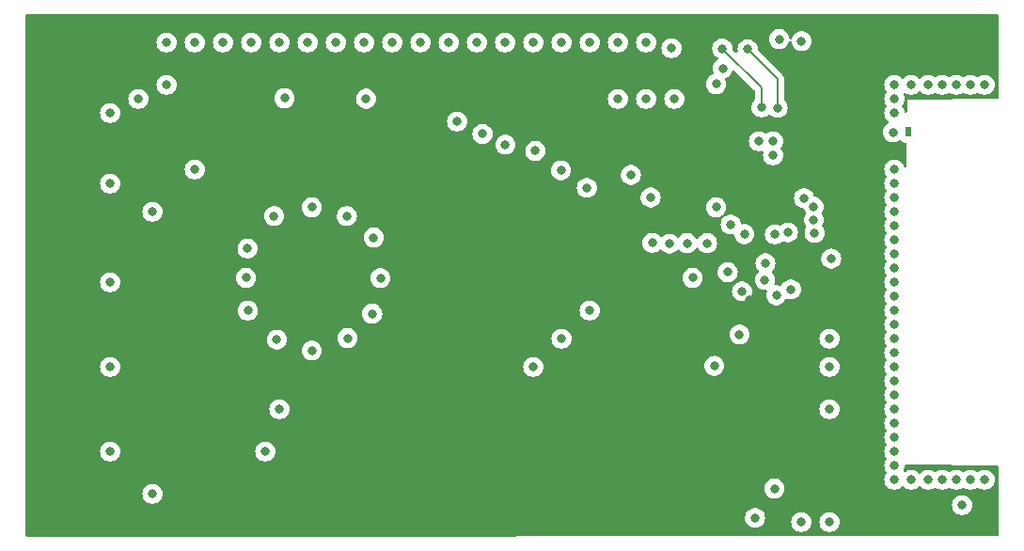
<source format=gbr>
%TF.GenerationSoftware,KiCad,Pcbnew,7.0.6*%
%TF.CreationDate,2024-06-09T16:50:33+02:00*%
%TF.ProjectId,nRF52832_visitcard,6e524635-3238-4333-925f-766973697463,v0.1*%
%TF.SameCoordinates,Original*%
%TF.FileFunction,Copper,L3,Inr*%
%TF.FilePolarity,Positive*%
%FSLAX46Y46*%
G04 Gerber Fmt 4.6, Leading zero omitted, Abs format (unit mm)*
G04 Created by KiCad (PCBNEW 7.0.6) date 2024-06-09 16:50:33*
%MOMM*%
%LPD*%
G01*
G04 APERTURE LIST*
%TA.AperFunction,ComponentPad*%
%ADD10R,0.500000X0.900000*%
%TD*%
%TA.AperFunction,ViaPad*%
%ADD11C,0.800000*%
%TD*%
%TA.AperFunction,Conductor*%
%ADD12C,0.200000*%
%TD*%
G04 APERTURE END LIST*
D10*
%TO.N,GND*%
%TO.C, *%
X181102000Y-91876600D03*
%TD*%
D11*
%TO.N,VDD*%
X165531800Y-90820800D03*
X183616600Y-125552200D03*
X165633400Y-97129600D03*
X168935400Y-112217200D03*
X162052000Y-84328000D03*
X172135800Y-119227600D03*
X166744278Y-106996194D03*
X170865800Y-89763600D03*
X138099800Y-119278400D03*
X154533600Y-96266000D03*
X142265400Y-115417600D03*
X174193200Y-107492800D03*
X168198800Y-115290600D03*
%TO.N,GND*%
X187960000Y-123190000D03*
X165887400Y-110109000D03*
X109220000Y-90170000D03*
X166116000Y-106218202D03*
X137160000Y-83820000D03*
X179832000Y-109220000D03*
X168910000Y-93980000D03*
X123190000Y-120650000D03*
X109220000Y-105410000D03*
X139700000Y-83820000D03*
X167640000Y-92710000D03*
X179832000Y-97790000D03*
X114300000Y-83820000D03*
X171450000Y-127000000D03*
X179832000Y-105410000D03*
X179832000Y-116840000D03*
X179832000Y-101600000D03*
X164820600Y-104495600D03*
X116840000Y-95250000D03*
X152400000Y-83820000D03*
X179832000Y-113030000D03*
X179832000Y-104140000D03*
X179832000Y-95250000D03*
X179832000Y-87630000D03*
X179832000Y-114300000D03*
X152400000Y-107950000D03*
X185420000Y-123190000D03*
X179832000Y-115570000D03*
X179832000Y-90170000D03*
X171475400Y-83693000D03*
X179832000Y-119380000D03*
X184150000Y-87630000D03*
X114300000Y-87630000D03*
X179832000Y-99060000D03*
X173990000Y-127000000D03*
X147320000Y-113030000D03*
X109220000Y-120650000D03*
X185928000Y-125476000D03*
X185420000Y-87630000D03*
X160020000Y-88900000D03*
X119380000Y-83820000D03*
X181356000Y-87630000D03*
X149860000Y-83820000D03*
X179832000Y-102870000D03*
X182880000Y-123190000D03*
X124460000Y-83820000D03*
X121920000Y-83820000D03*
X111760000Y-88900000D03*
X154940000Y-83820000D03*
X179832000Y-111760000D03*
X124460000Y-116840000D03*
X127000000Y-83820000D03*
X186690000Y-87630000D03*
X159766000Y-84328000D03*
X179832000Y-106680000D03*
X179832000Y-123190000D03*
X179832000Y-107950000D03*
X173990000Y-110490000D03*
X179832000Y-120650000D03*
X173990000Y-116840000D03*
X179705000Y-91897200D03*
X157480000Y-83820000D03*
X182880000Y-87630000D03*
X149860000Y-110490000D03*
X157480000Y-88900000D03*
X109220000Y-96520000D03*
X179832000Y-100330000D03*
X184150000Y-123190000D03*
X113030000Y-99060000D03*
X173990000Y-113030000D03*
X179832000Y-96520000D03*
X142240000Y-83820000D03*
X169468800Y-83515200D03*
X179832000Y-118110000D03*
X179832000Y-110490000D03*
X179832000Y-88900000D03*
X144780000Y-83820000D03*
X116840000Y-83820000D03*
X179832000Y-121920000D03*
X109220000Y-113030000D03*
X186690000Y-123190000D03*
X129540000Y-83820000D03*
X154940000Y-88900000D03*
X181356000Y-123190000D03*
X168910000Y-92710000D03*
X187960000Y-87630000D03*
X163779200Y-98653600D03*
X113030000Y-124460000D03*
X132080000Y-83820000D03*
X134620000Y-83820000D03*
X147320000Y-83820000D03*
%TO.N,/SETC*%
X168173400Y-105181400D03*
X161671000Y-105003600D03*
%TO.N,/PB*%
X168224200Y-103682800D03*
X157886400Y-97764600D03*
%TO.N,/SDA*%
X170512100Y-106045000D03*
X165100002Y-100203000D03*
%TO.N,/DRSSI1*%
X169066824Y-101097073D03*
X167284400Y-126619000D03*
%TO.N,/DRSSI2*%
X174142400Y-103276400D03*
X170256200Y-100914200D03*
%TO.N,/DRSSI3*%
X172643800Y-100965000D03*
X169037000Y-123977400D03*
%TO.N,/DRSSI4*%
X172567598Y-99796600D03*
X124917200Y-88823800D03*
%TO.N,/DRSSI5*%
X172564037Y-98608693D03*
X163779200Y-87553800D03*
%TO.N,/DRSSI6*%
X171699381Y-97830054D03*
X164388800Y-86131400D03*
%TO.N,/D10*%
X121462800Y-105003600D03*
X159588200Y-101930200D03*
%TO.N,/D11*%
X121589800Y-102362000D03*
X161163000Y-101879400D03*
%TO.N,/D9*%
X121615200Y-107950000D03*
X158038800Y-101854000D03*
%TO.N,/D12*%
X123977400Y-99441000D03*
X163626800Y-112928400D03*
X162966413Y-101879387D03*
%TO.N,/D8*%
X156108400Y-95732600D03*
X124231400Y-110566200D03*
%TO.N,/D1*%
X132257800Y-88874600D03*
X127381000Y-98653600D03*
%TO.N,/D7*%
X127381000Y-111556800D03*
X152146000Y-96901000D03*
%TO.N,/D2*%
X130529650Y-99438152D03*
X140462000Y-90932000D03*
%TO.N,/D6*%
X130606800Y-110439200D03*
X149809200Y-95326200D03*
%TO.N,/D3*%
X132943600Y-101371400D03*
X142748000Y-92049600D03*
%TO.N,/D5*%
X147497800Y-93573600D03*
X132816600Y-108229400D03*
%TO.N,/D4*%
X144805400Y-93014800D03*
X133553200Y-105029000D03*
%TO.N,/DRDY*%
X169214800Y-106578400D03*
X166319200Y-101066600D03*
%TO.N,/RX*%
X167868600Y-89662000D03*
X164338000Y-84353400D03*
%TO.N,/TX*%
X169316400Y-89712800D03*
X166624000Y-84429600D03*
%TD*%
D12*
%TO.N,/RX*%
X167868600Y-87884000D02*
X167868600Y-89662000D01*
X164338000Y-84353400D02*
X167868600Y-87884000D01*
%TO.N,/TX*%
X169316400Y-87122000D02*
X169316400Y-89712800D01*
X166624000Y-84429600D02*
X169316400Y-87122000D01*
%TD*%
%TA.AperFunction,Conductor*%
%TO.N,VDD*%
G36*
X189173039Y-81299685D02*
G01*
X189218794Y-81352489D01*
X189230000Y-81404000D01*
X189230000Y-88776760D01*
X189210315Y-88843799D01*
X189157511Y-88889554D01*
X189106763Y-88900758D01*
X180974998Y-88950800D01*
X180961226Y-88964572D01*
X180972612Y-88987183D01*
X180974632Y-89010252D01*
X180973196Y-89242877D01*
X180968500Y-90002926D01*
X180948401Y-90069843D01*
X180895316Y-90115270D01*
X180826097Y-90124786D01*
X180762722Y-90095369D01*
X180725311Y-90036359D01*
X180721182Y-90015129D01*
X180717674Y-89981744D01*
X180659179Y-89801716D01*
X180564533Y-89637784D01*
X180546693Y-89617971D01*
X180516464Y-89554981D01*
X180525089Y-89485646D01*
X180546694Y-89452028D01*
X180564533Y-89432216D01*
X180659179Y-89268284D01*
X180717674Y-89088256D01*
X180727314Y-88996526D01*
X180751539Y-88937646D01*
X180737708Y-88902368D01*
X180737459Y-88900004D01*
X180737460Y-88900000D01*
X180717674Y-88711744D01*
X180659179Y-88531716D01*
X180657574Y-88528937D01*
X180657136Y-88527129D01*
X180656538Y-88525786D01*
X180656783Y-88525676D01*
X180641100Y-88461043D01*
X180663948Y-88395015D01*
X180718867Y-88351821D01*
X180788420Y-88345176D01*
X180837845Y-88366618D01*
X180903265Y-88414148D01*
X180903270Y-88414151D01*
X181076192Y-88491142D01*
X181076197Y-88491144D01*
X181261354Y-88530500D01*
X181261355Y-88530500D01*
X181450644Y-88530500D01*
X181450646Y-88530500D01*
X181635803Y-88491144D01*
X181808730Y-88414151D01*
X181961871Y-88302888D01*
X182025850Y-88231831D01*
X182085337Y-88195183D01*
X182155194Y-88196514D01*
X182210149Y-88231831D01*
X182245000Y-88270537D01*
X182274129Y-88302888D01*
X182427265Y-88414148D01*
X182427270Y-88414151D01*
X182600192Y-88491142D01*
X182600197Y-88491144D01*
X182785354Y-88530500D01*
X182785355Y-88530500D01*
X182974644Y-88530500D01*
X182974646Y-88530500D01*
X183159803Y-88491144D01*
X183332730Y-88414151D01*
X183442117Y-88334676D01*
X183507920Y-88311198D01*
X183575974Y-88327023D01*
X183587871Y-88334668D01*
X183697266Y-88414148D01*
X183697270Y-88414151D01*
X183870192Y-88491142D01*
X183870197Y-88491144D01*
X184055354Y-88530500D01*
X184055355Y-88530500D01*
X184244644Y-88530500D01*
X184244646Y-88530500D01*
X184429803Y-88491144D01*
X184602730Y-88414151D01*
X184712117Y-88334676D01*
X184777920Y-88311198D01*
X184845974Y-88327023D01*
X184857871Y-88334668D01*
X184967266Y-88414148D01*
X184967270Y-88414151D01*
X185140192Y-88491142D01*
X185140197Y-88491144D01*
X185325354Y-88530500D01*
X185325355Y-88530500D01*
X185514644Y-88530500D01*
X185514646Y-88530500D01*
X185699803Y-88491144D01*
X185872730Y-88414151D01*
X185982117Y-88334676D01*
X186047920Y-88311198D01*
X186115974Y-88327023D01*
X186127871Y-88334668D01*
X186237266Y-88414148D01*
X186237270Y-88414151D01*
X186410192Y-88491142D01*
X186410197Y-88491144D01*
X186595354Y-88530500D01*
X186595355Y-88530500D01*
X186784644Y-88530500D01*
X186784646Y-88530500D01*
X186969803Y-88491144D01*
X187142730Y-88414151D01*
X187252117Y-88334676D01*
X187317920Y-88311198D01*
X187385974Y-88327023D01*
X187397871Y-88334668D01*
X187507266Y-88414148D01*
X187507270Y-88414151D01*
X187680192Y-88491142D01*
X187680197Y-88491144D01*
X187865354Y-88530500D01*
X187865355Y-88530500D01*
X188054644Y-88530500D01*
X188054646Y-88530500D01*
X188239803Y-88491144D01*
X188412730Y-88414151D01*
X188565871Y-88302888D01*
X188692533Y-88162216D01*
X188787179Y-87998284D01*
X188845674Y-87818256D01*
X188865460Y-87630000D01*
X188845674Y-87441744D01*
X188787179Y-87261716D01*
X188692533Y-87097784D01*
X188565871Y-86957112D01*
X188554432Y-86948801D01*
X188412734Y-86845851D01*
X188412729Y-86845848D01*
X188239807Y-86768857D01*
X188239802Y-86768855D01*
X188094001Y-86737865D01*
X188054646Y-86729500D01*
X187865354Y-86729500D01*
X187832897Y-86736398D01*
X187680197Y-86768855D01*
X187680192Y-86768857D01*
X187507270Y-86845848D01*
X187507265Y-86845851D01*
X187397885Y-86925321D01*
X187332079Y-86948801D01*
X187264025Y-86932975D01*
X187252115Y-86925321D01*
X187142734Y-86845851D01*
X187142729Y-86845848D01*
X186969807Y-86768857D01*
X186969802Y-86768855D01*
X186824000Y-86737865D01*
X186784646Y-86729500D01*
X186595354Y-86729500D01*
X186562897Y-86736398D01*
X186410197Y-86768855D01*
X186410192Y-86768857D01*
X186237270Y-86845848D01*
X186237265Y-86845851D01*
X186127885Y-86925321D01*
X186062079Y-86948801D01*
X185994025Y-86932975D01*
X185982115Y-86925321D01*
X185872734Y-86845851D01*
X185872729Y-86845848D01*
X185699807Y-86768857D01*
X185699802Y-86768855D01*
X185554001Y-86737865D01*
X185514646Y-86729500D01*
X185325354Y-86729500D01*
X185292897Y-86736398D01*
X185140197Y-86768855D01*
X185140192Y-86768857D01*
X184967270Y-86845848D01*
X184967265Y-86845851D01*
X184857885Y-86925321D01*
X184792079Y-86948801D01*
X184724025Y-86932975D01*
X184712115Y-86925321D01*
X184602734Y-86845851D01*
X184602729Y-86845848D01*
X184429807Y-86768857D01*
X184429802Y-86768855D01*
X184284000Y-86737865D01*
X184244646Y-86729500D01*
X184055354Y-86729500D01*
X184022897Y-86736398D01*
X183870197Y-86768855D01*
X183870192Y-86768857D01*
X183697271Y-86845848D01*
X183587884Y-86925322D01*
X183522077Y-86948801D01*
X183454023Y-86932975D01*
X183442123Y-86925328D01*
X183332730Y-86845849D01*
X183332729Y-86845848D01*
X183159807Y-86768857D01*
X183159802Y-86768855D01*
X183014001Y-86737865D01*
X182974646Y-86729500D01*
X182785354Y-86729500D01*
X182752897Y-86736398D01*
X182600197Y-86768855D01*
X182600192Y-86768857D01*
X182427270Y-86845848D01*
X182427265Y-86845851D01*
X182274129Y-86957111D01*
X182274128Y-86957112D01*
X182210149Y-87028168D01*
X182150663Y-87064816D01*
X182080806Y-87063485D01*
X182025851Y-87028168D01*
X181961871Y-86957112D01*
X181961870Y-86957111D01*
X181808734Y-86845851D01*
X181808729Y-86845848D01*
X181635807Y-86768857D01*
X181635802Y-86768855D01*
X181490001Y-86737865D01*
X181450646Y-86729500D01*
X181261354Y-86729500D01*
X181228897Y-86736398D01*
X181076197Y-86768855D01*
X181076192Y-86768857D01*
X180903270Y-86845848D01*
X180903265Y-86845851D01*
X180750129Y-86957111D01*
X180750128Y-86957112D01*
X180686149Y-87028168D01*
X180626663Y-87064816D01*
X180556806Y-87063485D01*
X180501851Y-87028168D01*
X180437871Y-86957112D01*
X180437870Y-86957111D01*
X180284734Y-86845851D01*
X180284729Y-86845848D01*
X180111807Y-86768857D01*
X180111802Y-86768855D01*
X179966001Y-86737865D01*
X179926646Y-86729500D01*
X179737354Y-86729500D01*
X179704897Y-86736398D01*
X179552197Y-86768855D01*
X179552192Y-86768857D01*
X179379270Y-86845848D01*
X179379265Y-86845851D01*
X179226129Y-86957111D01*
X179099466Y-87097785D01*
X179004821Y-87261715D01*
X179004818Y-87261722D01*
X178946327Y-87441740D01*
X178946326Y-87441744D01*
X178926540Y-87630000D01*
X178946326Y-87818256D01*
X178946327Y-87818259D01*
X179004818Y-87998277D01*
X179004821Y-87998284D01*
X179099467Y-88162216D01*
X179117305Y-88182027D01*
X179147535Y-88245018D01*
X179138910Y-88314354D01*
X179117308Y-88347968D01*
X179099466Y-88367784D01*
X179004821Y-88531715D01*
X179004818Y-88531722D01*
X178954580Y-88686340D01*
X178946326Y-88711744D01*
X178926540Y-88900000D01*
X178946326Y-89088256D01*
X178946327Y-89088259D01*
X179004818Y-89268277D01*
X179004821Y-89268284D01*
X179099467Y-89432216D01*
X179109806Y-89443699D01*
X179117307Y-89452030D01*
X179147535Y-89515022D01*
X179138909Y-89584357D01*
X179117307Y-89617970D01*
X179099466Y-89637785D01*
X179004821Y-89801715D01*
X179004818Y-89801722D01*
X178972543Y-89901056D01*
X178946326Y-89981744D01*
X178926540Y-90170000D01*
X178946326Y-90358256D01*
X178946327Y-90358259D01*
X179004818Y-90538277D01*
X179004821Y-90538284D01*
X179099467Y-90702216D01*
X179226129Y-90842887D01*
X179226129Y-90842888D01*
X179292863Y-90891373D01*
X179335529Y-90946703D01*
X179341508Y-91016316D01*
X179308903Y-91078111D01*
X179270417Y-91104969D01*
X179252269Y-91113049D01*
X179252265Y-91113051D01*
X179099129Y-91224311D01*
X178972466Y-91364985D01*
X178877821Y-91528915D01*
X178877818Y-91528922D01*
X178828303Y-91681315D01*
X178819326Y-91708944D01*
X178799540Y-91897200D01*
X178819326Y-92085456D01*
X178819327Y-92085459D01*
X178877818Y-92265477D01*
X178877821Y-92265484D01*
X178972467Y-92429416D01*
X179055596Y-92521740D01*
X179099129Y-92570088D01*
X179252265Y-92681348D01*
X179252270Y-92681351D01*
X179425192Y-92758342D01*
X179425197Y-92758344D01*
X179610354Y-92797700D01*
X179610355Y-92797700D01*
X179799644Y-92797700D01*
X179799646Y-92797700D01*
X179984803Y-92758344D01*
X180157730Y-92681351D01*
X180275583Y-92595725D01*
X180341386Y-92572247D01*
X180409440Y-92588072D01*
X180447731Y-92621732D01*
X180494454Y-92684146D01*
X180532270Y-92712455D01*
X180609664Y-92770393D01*
X180609671Y-92770397D01*
X180654618Y-92787160D01*
X180744517Y-92820691D01*
X180804127Y-92827100D01*
X180826282Y-92827099D01*
X180893319Y-92846781D01*
X180939076Y-92899583D01*
X180950282Y-92951865D01*
X180937893Y-94957375D01*
X180917794Y-95024292D01*
X180864709Y-95069719D01*
X180795490Y-95079236D01*
X180732115Y-95049819D01*
X180695964Y-94994927D01*
X180659181Y-94881722D01*
X180659180Y-94881721D01*
X180659179Y-94881716D01*
X180564533Y-94717784D01*
X180437871Y-94577112D01*
X180437870Y-94577111D01*
X180284734Y-94465851D01*
X180284729Y-94465848D01*
X180111807Y-94388857D01*
X180111802Y-94388855D01*
X179965450Y-94357748D01*
X179926646Y-94349500D01*
X179737354Y-94349500D01*
X179704897Y-94356398D01*
X179552197Y-94388855D01*
X179552192Y-94388857D01*
X179379270Y-94465848D01*
X179379265Y-94465851D01*
X179226129Y-94577111D01*
X179099466Y-94717785D01*
X179004821Y-94881715D01*
X179004818Y-94881722D01*
X178946986Y-95059712D01*
X178946326Y-95061744D01*
X178926540Y-95250000D01*
X178946326Y-95438256D01*
X178946327Y-95438259D01*
X179004818Y-95618277D01*
X179004821Y-95618284D01*
X179099467Y-95782216D01*
X179109806Y-95793699D01*
X179117307Y-95802030D01*
X179147535Y-95865022D01*
X179138909Y-95934357D01*
X179117307Y-95967970D01*
X179099466Y-95987785D01*
X179004821Y-96151715D01*
X179004818Y-96151722D01*
X178948341Y-96325541D01*
X178946326Y-96331744D01*
X178926540Y-96520000D01*
X178946326Y-96708256D01*
X178946327Y-96708259D01*
X179004818Y-96888277D01*
X179004821Y-96888284D01*
X179099467Y-97052216D01*
X179109806Y-97063699D01*
X179117307Y-97072030D01*
X179147535Y-97135022D01*
X179138909Y-97204357D01*
X179117307Y-97237970D01*
X179099466Y-97257785D01*
X179004821Y-97421715D01*
X179004818Y-97421722D01*
X178973893Y-97516901D01*
X178946326Y-97601744D01*
X178926540Y-97790000D01*
X178946326Y-97978256D01*
X178946327Y-97978259D01*
X179004818Y-98158277D01*
X179004820Y-98158281D01*
X179004821Y-98158284D01*
X179099467Y-98322216D01*
X179117305Y-98342027D01*
X179147535Y-98405018D01*
X179138910Y-98474354D01*
X179117308Y-98507968D01*
X179099466Y-98527784D01*
X179004821Y-98691715D01*
X179004818Y-98691722D01*
X178956037Y-98841856D01*
X178946326Y-98871744D01*
X178926540Y-99060000D01*
X178946326Y-99248256D01*
X178946327Y-99248259D01*
X179004818Y-99428277D01*
X179004821Y-99428284D01*
X179099467Y-99592216D01*
X179109806Y-99603699D01*
X179117307Y-99612030D01*
X179147535Y-99675022D01*
X179138909Y-99744357D01*
X179117307Y-99777970D01*
X179099466Y-99797785D01*
X179004821Y-99961715D01*
X179004818Y-99961722D01*
X178946327Y-100141740D01*
X178946326Y-100141744D01*
X178926540Y-100330000D01*
X178946326Y-100518256D01*
X178946327Y-100518259D01*
X179004818Y-100698277D01*
X179004821Y-100698283D01*
X179004821Y-100698284D01*
X179099467Y-100862216D01*
X179109806Y-100873699D01*
X179117307Y-100882030D01*
X179147535Y-100945022D01*
X179138909Y-101014357D01*
X179117307Y-101047970D01*
X179099466Y-101067785D01*
X179004821Y-101231715D01*
X179004818Y-101231722D01*
X178950797Y-101397984D01*
X178946326Y-101411744D01*
X178926540Y-101600000D01*
X178946326Y-101788256D01*
X178946327Y-101788259D01*
X179004818Y-101968277D01*
X179004821Y-101968284D01*
X179099467Y-102132216D01*
X179109806Y-102143699D01*
X179117307Y-102152030D01*
X179147535Y-102215022D01*
X179138909Y-102284357D01*
X179117307Y-102317970D01*
X179099466Y-102337785D01*
X179004821Y-102501715D01*
X179004818Y-102501722D01*
X178952238Y-102663548D01*
X178946326Y-102681744D01*
X178926540Y-102870000D01*
X178946326Y-103058256D01*
X178946327Y-103058259D01*
X179004818Y-103238277D01*
X179004821Y-103238284D01*
X179099467Y-103402216D01*
X179109806Y-103413699D01*
X179117307Y-103422030D01*
X179147535Y-103485022D01*
X179138909Y-103554357D01*
X179117307Y-103587970D01*
X179099466Y-103607785D01*
X179004821Y-103771715D01*
X179004818Y-103771722D01*
X178972543Y-103871056D01*
X178946326Y-103951744D01*
X178926540Y-104140000D01*
X178946326Y-104328256D01*
X178946327Y-104328259D01*
X179004818Y-104508277D01*
X179004821Y-104508284D01*
X179099467Y-104672216D01*
X179109806Y-104683699D01*
X179117307Y-104692030D01*
X179147535Y-104755022D01*
X179138909Y-104824357D01*
X179117307Y-104857970D01*
X179099466Y-104877785D01*
X179004821Y-105041715D01*
X179004818Y-105041722D01*
X178958636Y-105183857D01*
X178946326Y-105221744D01*
X178926540Y-105410000D01*
X178946326Y-105598256D01*
X178946327Y-105598259D01*
X179004818Y-105778277D01*
X179004821Y-105778284D01*
X179099467Y-105942216D01*
X179109806Y-105953699D01*
X179117307Y-105962030D01*
X179147535Y-106025022D01*
X179138909Y-106094357D01*
X179117307Y-106127970D01*
X179099466Y-106147785D01*
X179004821Y-106311715D01*
X179004818Y-106311722D01*
X178971819Y-106413284D01*
X178946326Y-106491744D01*
X178926540Y-106680000D01*
X178946326Y-106868256D01*
X178946327Y-106868259D01*
X179004818Y-107048277D01*
X179004821Y-107048284D01*
X179099467Y-107212216D01*
X179109806Y-107223699D01*
X179117307Y-107232030D01*
X179147535Y-107295022D01*
X179138909Y-107364357D01*
X179117307Y-107397970D01*
X179099466Y-107417785D01*
X179004821Y-107581715D01*
X179004818Y-107581722D01*
X178946327Y-107761740D01*
X178946326Y-107761744D01*
X178926540Y-107950000D01*
X178946326Y-108138256D01*
X178946327Y-108138259D01*
X179004818Y-108318277D01*
X179004821Y-108318284D01*
X179099467Y-108482216D01*
X179109806Y-108493699D01*
X179117307Y-108502030D01*
X179147535Y-108565022D01*
X179138909Y-108634357D01*
X179117307Y-108667970D01*
X179099466Y-108687785D01*
X179004821Y-108851715D01*
X179004818Y-108851722D01*
X178952238Y-109013548D01*
X178946326Y-109031744D01*
X178926540Y-109220000D01*
X178946326Y-109408256D01*
X178946327Y-109408259D01*
X179004818Y-109588277D01*
X179004821Y-109588284D01*
X179099467Y-109752216D01*
X179109806Y-109763699D01*
X179117307Y-109772030D01*
X179147535Y-109835022D01*
X179138909Y-109904357D01*
X179117307Y-109937970D01*
X179099466Y-109957785D01*
X179004821Y-110121715D01*
X179004818Y-110121722D01*
X178962833Y-110250940D01*
X178946326Y-110301744D01*
X178926540Y-110490000D01*
X178946326Y-110678256D01*
X178946327Y-110678259D01*
X179004818Y-110858277D01*
X179004821Y-110858284D01*
X179099467Y-111022216D01*
X179109806Y-111033699D01*
X179117307Y-111042030D01*
X179147535Y-111105022D01*
X179138909Y-111174357D01*
X179117307Y-111207970D01*
X179099466Y-111227785D01*
X179004821Y-111391715D01*
X179004818Y-111391722D01*
X178946327Y-111571740D01*
X178946326Y-111571744D01*
X178926540Y-111760000D01*
X178946326Y-111948256D01*
X178946327Y-111948259D01*
X179004818Y-112128277D01*
X179004821Y-112128284D01*
X179099467Y-112292216D01*
X179101595Y-112294579D01*
X179117307Y-112312030D01*
X179147535Y-112375022D01*
X179138909Y-112444357D01*
X179117307Y-112477970D01*
X179099466Y-112497785D01*
X179004821Y-112661715D01*
X179004818Y-112661722D01*
X178946327Y-112841740D01*
X178946326Y-112841744D01*
X178926540Y-113030000D01*
X178946326Y-113218256D01*
X178946327Y-113218259D01*
X179004818Y-113398277D01*
X179004821Y-113398284D01*
X179099467Y-113562216D01*
X179113963Y-113578315D01*
X179117305Y-113582027D01*
X179147535Y-113645018D01*
X179138910Y-113714354D01*
X179117308Y-113747968D01*
X179099466Y-113767784D01*
X179004821Y-113931715D01*
X179004818Y-113931722D01*
X178946327Y-114111740D01*
X178946326Y-114111744D01*
X178926540Y-114300000D01*
X178946326Y-114488256D01*
X178946327Y-114488259D01*
X179004818Y-114668277D01*
X179004821Y-114668284D01*
X179099467Y-114832216D01*
X179109806Y-114843699D01*
X179117307Y-114852030D01*
X179147535Y-114915022D01*
X179138909Y-114984357D01*
X179117307Y-115017970D01*
X179099466Y-115037785D01*
X179004821Y-115201715D01*
X179004818Y-115201722D01*
X178946327Y-115381740D01*
X178946326Y-115381744D01*
X178926540Y-115570000D01*
X178946326Y-115758256D01*
X178946327Y-115758259D01*
X179004818Y-115938277D01*
X179004821Y-115938284D01*
X179099467Y-116102216D01*
X179117305Y-116122027D01*
X179147535Y-116185018D01*
X179138910Y-116254354D01*
X179117308Y-116287968D01*
X179099466Y-116307784D01*
X179004821Y-116471715D01*
X179004818Y-116471722D01*
X178946327Y-116651740D01*
X178946326Y-116651744D01*
X178926540Y-116840000D01*
X178946326Y-117028256D01*
X178946327Y-117028259D01*
X179004818Y-117208277D01*
X179004821Y-117208284D01*
X179099467Y-117372216D01*
X179109806Y-117383699D01*
X179117307Y-117392030D01*
X179147535Y-117455022D01*
X179138909Y-117524357D01*
X179117307Y-117557970D01*
X179099466Y-117577785D01*
X179004821Y-117741715D01*
X179004818Y-117741722D01*
X178946327Y-117921740D01*
X178946326Y-117921744D01*
X178926540Y-118110000D01*
X178946326Y-118298256D01*
X178946327Y-118298259D01*
X179004818Y-118478277D01*
X179004821Y-118478284D01*
X179099467Y-118642216D01*
X179109806Y-118653699D01*
X179117307Y-118662030D01*
X179147535Y-118725022D01*
X179138909Y-118794357D01*
X179117307Y-118827970D01*
X179099466Y-118847785D01*
X179004821Y-119011715D01*
X179004818Y-119011722D01*
X178946327Y-119191740D01*
X178946326Y-119191744D01*
X178926540Y-119380000D01*
X178946326Y-119568256D01*
X178946327Y-119568259D01*
X179004818Y-119748277D01*
X179004821Y-119748284D01*
X179099467Y-119912216D01*
X179117305Y-119932027D01*
X179147535Y-119995018D01*
X179138910Y-120064354D01*
X179117308Y-120097968D01*
X179099466Y-120117784D01*
X179004821Y-120281715D01*
X179004818Y-120281722D01*
X178946327Y-120461740D01*
X178946326Y-120461744D01*
X178926540Y-120650000D01*
X178946326Y-120838256D01*
X178946327Y-120838259D01*
X179004818Y-121018277D01*
X179004821Y-121018284D01*
X179099467Y-121182216D01*
X179109806Y-121193699D01*
X179117307Y-121202030D01*
X179147535Y-121265022D01*
X179138909Y-121334357D01*
X179117307Y-121367970D01*
X179099466Y-121387785D01*
X179004821Y-121551715D01*
X179004818Y-121551722D01*
X178946327Y-121731740D01*
X178946326Y-121731744D01*
X178926540Y-121920000D01*
X178946326Y-122108256D01*
X178946327Y-122108259D01*
X179004818Y-122288277D01*
X179004821Y-122288284D01*
X179099467Y-122452216D01*
X179107408Y-122461035D01*
X179117305Y-122472027D01*
X179147535Y-122535018D01*
X179138910Y-122604354D01*
X179117308Y-122637968D01*
X179099466Y-122657784D01*
X179004821Y-122821715D01*
X179004818Y-122821722D01*
X178946327Y-123001740D01*
X178946326Y-123001744D01*
X178926540Y-123190000D01*
X178946326Y-123378256D01*
X178946327Y-123378259D01*
X179004818Y-123558277D01*
X179004821Y-123558284D01*
X179099467Y-123722216D01*
X179162150Y-123791832D01*
X179226129Y-123862888D01*
X179379265Y-123974148D01*
X179379270Y-123974151D01*
X179552192Y-124051142D01*
X179552197Y-124051144D01*
X179737354Y-124090500D01*
X179737355Y-124090500D01*
X179926644Y-124090500D01*
X179926646Y-124090500D01*
X180111803Y-124051144D01*
X180284730Y-123974151D01*
X180437871Y-123862888D01*
X180501850Y-123791831D01*
X180561337Y-123755183D01*
X180631194Y-123756514D01*
X180686150Y-123791832D01*
X180750129Y-123862888D01*
X180903265Y-123974148D01*
X180903270Y-123974151D01*
X181076192Y-124051142D01*
X181076197Y-124051144D01*
X181261354Y-124090500D01*
X181261355Y-124090500D01*
X181450644Y-124090500D01*
X181450646Y-124090500D01*
X181635803Y-124051144D01*
X181808730Y-123974151D01*
X181961871Y-123862888D01*
X182025850Y-123791831D01*
X182085337Y-123755183D01*
X182155194Y-123756514D01*
X182210150Y-123791832D01*
X182274129Y-123862888D01*
X182427265Y-123974148D01*
X182427270Y-123974151D01*
X182600192Y-124051142D01*
X182600197Y-124051144D01*
X182785354Y-124090500D01*
X182785355Y-124090500D01*
X182974644Y-124090500D01*
X182974646Y-124090500D01*
X183159803Y-124051144D01*
X183332730Y-123974151D01*
X183442117Y-123894676D01*
X183507920Y-123871198D01*
X183575974Y-123887023D01*
X183587871Y-123894668D01*
X183697266Y-123974148D01*
X183697270Y-123974151D01*
X183870192Y-124051142D01*
X183870197Y-124051144D01*
X184055354Y-124090500D01*
X184055355Y-124090500D01*
X184244644Y-124090500D01*
X184244646Y-124090500D01*
X184429803Y-124051144D01*
X184602730Y-123974151D01*
X184712117Y-123894676D01*
X184777920Y-123871198D01*
X184845974Y-123887023D01*
X184857871Y-123894668D01*
X184967266Y-123974148D01*
X184967270Y-123974151D01*
X185140192Y-124051142D01*
X185140197Y-124051144D01*
X185325354Y-124090500D01*
X185325355Y-124090500D01*
X185514644Y-124090500D01*
X185514646Y-124090500D01*
X185699803Y-124051144D01*
X185872730Y-123974151D01*
X185982117Y-123894676D01*
X186047920Y-123871198D01*
X186115974Y-123887023D01*
X186127871Y-123894668D01*
X186237266Y-123974148D01*
X186237270Y-123974151D01*
X186410192Y-124051142D01*
X186410197Y-124051144D01*
X186595354Y-124090500D01*
X186595355Y-124090500D01*
X186784644Y-124090500D01*
X186784646Y-124090500D01*
X186969803Y-124051144D01*
X187142730Y-123974151D01*
X187252117Y-123894676D01*
X187317920Y-123871198D01*
X187385974Y-123887023D01*
X187397871Y-123894668D01*
X187507266Y-123974148D01*
X187507270Y-123974151D01*
X187680192Y-124051142D01*
X187680197Y-124051144D01*
X187865354Y-124090500D01*
X187865355Y-124090500D01*
X188054644Y-124090500D01*
X188054646Y-124090500D01*
X188239803Y-124051144D01*
X188412730Y-123974151D01*
X188565871Y-123862888D01*
X188692533Y-123722216D01*
X188787179Y-123558284D01*
X188845674Y-123378256D01*
X188865460Y-123190000D01*
X188845674Y-123001744D01*
X188787179Y-122821716D01*
X188692533Y-122657784D01*
X188565871Y-122517112D01*
X188554432Y-122508801D01*
X188412734Y-122405851D01*
X188412729Y-122405848D01*
X188239807Y-122328857D01*
X188239802Y-122328855D01*
X188076908Y-122294232D01*
X188054646Y-122289500D01*
X187865354Y-122289500D01*
X187843092Y-122294232D01*
X187680197Y-122328855D01*
X187680192Y-122328857D01*
X187507270Y-122405848D01*
X187507265Y-122405851D01*
X187397885Y-122485321D01*
X187332079Y-122508801D01*
X187264025Y-122492975D01*
X187252115Y-122485321D01*
X187142734Y-122405851D01*
X187142729Y-122405848D01*
X186969807Y-122328857D01*
X186969802Y-122328855D01*
X186806908Y-122294232D01*
X186784646Y-122289500D01*
X186595354Y-122289500D01*
X186573092Y-122294232D01*
X186410197Y-122328855D01*
X186410192Y-122328857D01*
X186237270Y-122405848D01*
X186237265Y-122405851D01*
X186127885Y-122485321D01*
X186062079Y-122508801D01*
X185994025Y-122492975D01*
X185982115Y-122485321D01*
X185872734Y-122405851D01*
X185872729Y-122405848D01*
X185699807Y-122328857D01*
X185699802Y-122328855D01*
X185536908Y-122294232D01*
X185514646Y-122289500D01*
X185325354Y-122289500D01*
X185303092Y-122294232D01*
X185140197Y-122328855D01*
X185140192Y-122328857D01*
X184967270Y-122405848D01*
X184967265Y-122405851D01*
X184857885Y-122485321D01*
X184792079Y-122508801D01*
X184724025Y-122492975D01*
X184712115Y-122485321D01*
X184602734Y-122405851D01*
X184602729Y-122405848D01*
X184429807Y-122328857D01*
X184429802Y-122328855D01*
X184266908Y-122294232D01*
X184244646Y-122289500D01*
X184055354Y-122289500D01*
X184033092Y-122294232D01*
X183870197Y-122328855D01*
X183870192Y-122328857D01*
X183697270Y-122405848D01*
X183697265Y-122405851D01*
X183587885Y-122485321D01*
X183522079Y-122508801D01*
X183454025Y-122492975D01*
X183442115Y-122485321D01*
X183332734Y-122405851D01*
X183332729Y-122405848D01*
X183159807Y-122328857D01*
X183159802Y-122328855D01*
X182996908Y-122294232D01*
X182974646Y-122289500D01*
X182785354Y-122289500D01*
X182763092Y-122294232D01*
X182600197Y-122328855D01*
X182600192Y-122328857D01*
X182427270Y-122405848D01*
X182427265Y-122405851D01*
X182274129Y-122517111D01*
X182274128Y-122517112D01*
X182210149Y-122588168D01*
X182150663Y-122624816D01*
X182080806Y-122623485D01*
X182025851Y-122588168D01*
X181961871Y-122517112D01*
X181961870Y-122517111D01*
X181808734Y-122405851D01*
X181808729Y-122405848D01*
X181635807Y-122328857D01*
X181635802Y-122328855D01*
X181472908Y-122294232D01*
X181450646Y-122289500D01*
X181261354Y-122289500D01*
X181239092Y-122294232D01*
X181076197Y-122328855D01*
X181076192Y-122328857D01*
X180903270Y-122405848D01*
X180903266Y-122405851D01*
X180837844Y-122453382D01*
X180772037Y-122476861D01*
X180703984Y-122461035D01*
X180655290Y-122410928D01*
X180641415Y-122342450D01*
X180656579Y-122294232D01*
X180656538Y-122294214D01*
X180656698Y-122293852D01*
X180657578Y-122291056D01*
X180659179Y-122288284D01*
X180717674Y-122108256D01*
X180733717Y-121955606D01*
X180760300Y-121890996D01*
X180817597Y-121851011D01*
X180858148Y-121844577D01*
X189106623Y-121918888D01*
X189173481Y-121939176D01*
X189218759Y-121992390D01*
X189229504Y-122043381D01*
X189205095Y-128121205D01*
X189185141Y-128188165D01*
X189132154Y-128233707D01*
X189081204Y-128244707D01*
X101749441Y-128320692D01*
X101682384Y-128301066D01*
X101636583Y-128248302D01*
X101625333Y-128196759D01*
X101624904Y-127403151D01*
X101624481Y-126619000D01*
X166378940Y-126619000D01*
X166398726Y-126807256D01*
X166398727Y-126807259D01*
X166457218Y-126987277D01*
X166457221Y-126987284D01*
X166551867Y-127151216D01*
X166585221Y-127188259D01*
X166678529Y-127291888D01*
X166831665Y-127403148D01*
X166831670Y-127403151D01*
X167004592Y-127480142D01*
X167004597Y-127480144D01*
X167189754Y-127519500D01*
X167189755Y-127519500D01*
X167379044Y-127519500D01*
X167379046Y-127519500D01*
X167564203Y-127480144D01*
X167737130Y-127403151D01*
X167890271Y-127291888D01*
X168016933Y-127151216D01*
X168104237Y-127000000D01*
X170544540Y-127000000D01*
X170564326Y-127188256D01*
X170564327Y-127188259D01*
X170622818Y-127368277D01*
X170622821Y-127368284D01*
X170717467Y-127532216D01*
X170844128Y-127672887D01*
X170844129Y-127672888D01*
X170997265Y-127784148D01*
X170997270Y-127784151D01*
X171170192Y-127861142D01*
X171170197Y-127861144D01*
X171355354Y-127900500D01*
X171355355Y-127900500D01*
X171544644Y-127900500D01*
X171544646Y-127900500D01*
X171729803Y-127861144D01*
X171902730Y-127784151D01*
X172055871Y-127672888D01*
X172182533Y-127532216D01*
X172277179Y-127368284D01*
X172335674Y-127188256D01*
X172355460Y-127000000D01*
X173084540Y-127000000D01*
X173104326Y-127188256D01*
X173104327Y-127188259D01*
X173162818Y-127368277D01*
X173162821Y-127368284D01*
X173257467Y-127532216D01*
X173384128Y-127672888D01*
X173384129Y-127672888D01*
X173537265Y-127784148D01*
X173537270Y-127784151D01*
X173710192Y-127861142D01*
X173710197Y-127861144D01*
X173895354Y-127900500D01*
X173895355Y-127900500D01*
X174084644Y-127900500D01*
X174084646Y-127900500D01*
X174269803Y-127861144D01*
X174442730Y-127784151D01*
X174595871Y-127672888D01*
X174722533Y-127532216D01*
X174817179Y-127368284D01*
X174875674Y-127188256D01*
X174895460Y-127000000D01*
X174875674Y-126811744D01*
X174817179Y-126631716D01*
X174722533Y-126467784D01*
X174595871Y-126327112D01*
X174595870Y-126327111D01*
X174442734Y-126215851D01*
X174442729Y-126215848D01*
X174269807Y-126138857D01*
X174269802Y-126138855D01*
X174124001Y-126107865D01*
X174084646Y-126099500D01*
X173895354Y-126099500D01*
X173862897Y-126106398D01*
X173710197Y-126138855D01*
X173710192Y-126138857D01*
X173537270Y-126215848D01*
X173537265Y-126215851D01*
X173384129Y-126327111D01*
X173257466Y-126467785D01*
X173162821Y-126631715D01*
X173162818Y-126631722D01*
X173105784Y-126807256D01*
X173104326Y-126811744D01*
X173084540Y-127000000D01*
X172355460Y-127000000D01*
X172335674Y-126811744D01*
X172277179Y-126631716D01*
X172182533Y-126467784D01*
X172055871Y-126327112D01*
X172055870Y-126327111D01*
X171902734Y-126215851D01*
X171902729Y-126215848D01*
X171729807Y-126138857D01*
X171729802Y-126138855D01*
X171584000Y-126107865D01*
X171544646Y-126099500D01*
X171355354Y-126099500D01*
X171322897Y-126106398D01*
X171170197Y-126138855D01*
X171170192Y-126138857D01*
X170997270Y-126215848D01*
X170997265Y-126215851D01*
X170844129Y-126327111D01*
X170717466Y-126467785D01*
X170622821Y-126631715D01*
X170622818Y-126631722D01*
X170565784Y-126807256D01*
X170564326Y-126811744D01*
X170544540Y-127000000D01*
X168104237Y-127000000D01*
X168111579Y-126987284D01*
X168170074Y-126807256D01*
X168189860Y-126619000D01*
X168170074Y-126430744D01*
X168111579Y-126250716D01*
X168016933Y-126086784D01*
X167890271Y-125946112D01*
X167890270Y-125946111D01*
X167737134Y-125834851D01*
X167737129Y-125834848D01*
X167564207Y-125757857D01*
X167564202Y-125757855D01*
X167418401Y-125726865D01*
X167379046Y-125718500D01*
X167189754Y-125718500D01*
X167157297Y-125725398D01*
X167004597Y-125757855D01*
X167004592Y-125757857D01*
X166831670Y-125834848D01*
X166831665Y-125834851D01*
X166678529Y-125946111D01*
X166551866Y-126086785D01*
X166457221Y-126250715D01*
X166457218Y-126250722D01*
X166416351Y-126376500D01*
X166398726Y-126430744D01*
X166378940Y-126619000D01*
X101624481Y-126619000D01*
X101623864Y-125476000D01*
X185022540Y-125476000D01*
X185042326Y-125664256D01*
X185042327Y-125664259D01*
X185100818Y-125844277D01*
X185100821Y-125844284D01*
X185195467Y-126008216D01*
X185266211Y-126086785D01*
X185322129Y-126148888D01*
X185475265Y-126260148D01*
X185475270Y-126260151D01*
X185648192Y-126337142D01*
X185648197Y-126337144D01*
X185833354Y-126376500D01*
X185833355Y-126376500D01*
X186022644Y-126376500D01*
X186022646Y-126376500D01*
X186207803Y-126337144D01*
X186380730Y-126260151D01*
X186533871Y-126148888D01*
X186660533Y-126008216D01*
X186755179Y-125844284D01*
X186813674Y-125664256D01*
X186833460Y-125476000D01*
X186813674Y-125287744D01*
X186755179Y-125107716D01*
X186660533Y-124943784D01*
X186533871Y-124803112D01*
X186533870Y-124803111D01*
X186380734Y-124691851D01*
X186380729Y-124691848D01*
X186207807Y-124614857D01*
X186207802Y-124614855D01*
X186062001Y-124583865D01*
X186022646Y-124575500D01*
X185833354Y-124575500D01*
X185800897Y-124582398D01*
X185648197Y-124614855D01*
X185648192Y-124614857D01*
X185475270Y-124691848D01*
X185475265Y-124691851D01*
X185322129Y-124803111D01*
X185195466Y-124943785D01*
X185100821Y-125107715D01*
X185100818Y-125107722D01*
X185056491Y-125244148D01*
X185042326Y-125287744D01*
X185022540Y-125476000D01*
X101623864Y-125476000D01*
X101623315Y-124460000D01*
X112124540Y-124460000D01*
X112144326Y-124648256D01*
X112144327Y-124648259D01*
X112202818Y-124828277D01*
X112202821Y-124828284D01*
X112297467Y-124992216D01*
X112424129Y-125132888D01*
X112577265Y-125244148D01*
X112577270Y-125244151D01*
X112750192Y-125321142D01*
X112750197Y-125321144D01*
X112935354Y-125360500D01*
X112935355Y-125360500D01*
X113124644Y-125360500D01*
X113124646Y-125360500D01*
X113309803Y-125321144D01*
X113482730Y-125244151D01*
X113635871Y-125132888D01*
X113762533Y-124992216D01*
X113857179Y-124828284D01*
X113915674Y-124648256D01*
X113935460Y-124460000D01*
X113915674Y-124271744D01*
X113857179Y-124091716D01*
X113791179Y-123977400D01*
X168131540Y-123977400D01*
X168151326Y-124165656D01*
X168151327Y-124165659D01*
X168209818Y-124345677D01*
X168209821Y-124345684D01*
X168304467Y-124509616D01*
X168399225Y-124614855D01*
X168431129Y-124650288D01*
X168584265Y-124761548D01*
X168584270Y-124761551D01*
X168757192Y-124838542D01*
X168757197Y-124838544D01*
X168942354Y-124877900D01*
X168942355Y-124877900D01*
X169131644Y-124877900D01*
X169131646Y-124877900D01*
X169316803Y-124838544D01*
X169489730Y-124761551D01*
X169642871Y-124650288D01*
X169769533Y-124509616D01*
X169864179Y-124345684D01*
X169922674Y-124165656D01*
X169942460Y-123977400D01*
X169922674Y-123789144D01*
X169864179Y-123609116D01*
X169769533Y-123445184D01*
X169642871Y-123304512D01*
X169642870Y-123304511D01*
X169489734Y-123193251D01*
X169489729Y-123193248D01*
X169316807Y-123116257D01*
X169316802Y-123116255D01*
X169171000Y-123085265D01*
X169131646Y-123076900D01*
X168942354Y-123076900D01*
X168909897Y-123083798D01*
X168757197Y-123116255D01*
X168757192Y-123116257D01*
X168584270Y-123193248D01*
X168584265Y-123193251D01*
X168431129Y-123304511D01*
X168304466Y-123445185D01*
X168209821Y-123609115D01*
X168209818Y-123609122D01*
X168151986Y-123787112D01*
X168151326Y-123789144D01*
X168131540Y-123977400D01*
X113791179Y-123977400D01*
X113762533Y-123927784D01*
X113635871Y-123787112D01*
X113635870Y-123787111D01*
X113482734Y-123675851D01*
X113482729Y-123675848D01*
X113309807Y-123598857D01*
X113309802Y-123598855D01*
X113164001Y-123567865D01*
X113124646Y-123559500D01*
X112935354Y-123559500D01*
X112902897Y-123566398D01*
X112750197Y-123598855D01*
X112750192Y-123598857D01*
X112577270Y-123675848D01*
X112577265Y-123675851D01*
X112424129Y-123787111D01*
X112297466Y-123927785D01*
X112202821Y-124091715D01*
X112202818Y-124091722D01*
X112178796Y-124165656D01*
X112144326Y-124271744D01*
X112124540Y-124460000D01*
X101623315Y-124460000D01*
X101621258Y-120650000D01*
X108314540Y-120650000D01*
X108334326Y-120838256D01*
X108334327Y-120838259D01*
X108392818Y-121018277D01*
X108392821Y-121018284D01*
X108487467Y-121182216D01*
X108614129Y-121322888D01*
X108767265Y-121434148D01*
X108767270Y-121434151D01*
X108940192Y-121511142D01*
X108940197Y-121511144D01*
X109125354Y-121550500D01*
X109125355Y-121550500D01*
X109314644Y-121550500D01*
X109314646Y-121550500D01*
X109499803Y-121511144D01*
X109672730Y-121434151D01*
X109825871Y-121322888D01*
X109952533Y-121182216D01*
X110047179Y-121018284D01*
X110105674Y-120838256D01*
X110125460Y-120650000D01*
X122284540Y-120650000D01*
X122304326Y-120838256D01*
X122304327Y-120838259D01*
X122362818Y-121018277D01*
X122362821Y-121018284D01*
X122457467Y-121182216D01*
X122584128Y-121322888D01*
X122584129Y-121322888D01*
X122737265Y-121434148D01*
X122737270Y-121434151D01*
X122910192Y-121511142D01*
X122910197Y-121511144D01*
X123095354Y-121550500D01*
X123095355Y-121550500D01*
X123284644Y-121550500D01*
X123284646Y-121550500D01*
X123469803Y-121511144D01*
X123642730Y-121434151D01*
X123795871Y-121322888D01*
X123922533Y-121182216D01*
X124017179Y-121018284D01*
X124075674Y-120838256D01*
X124095460Y-120650000D01*
X124075674Y-120461744D01*
X124017179Y-120281716D01*
X123922533Y-120117784D01*
X123795871Y-119977112D01*
X123733817Y-119932027D01*
X123642734Y-119865851D01*
X123642729Y-119865848D01*
X123469807Y-119788857D01*
X123469802Y-119788855D01*
X123324000Y-119757865D01*
X123284646Y-119749500D01*
X123095354Y-119749500D01*
X123062897Y-119756398D01*
X122910197Y-119788855D01*
X122910192Y-119788857D01*
X122737270Y-119865848D01*
X122737265Y-119865851D01*
X122584129Y-119977111D01*
X122457466Y-120117785D01*
X122362821Y-120281715D01*
X122362818Y-120281722D01*
X122304327Y-120461740D01*
X122304326Y-120461744D01*
X122284540Y-120650000D01*
X110125460Y-120650000D01*
X110105674Y-120461744D01*
X110047179Y-120281716D01*
X109952533Y-120117784D01*
X109825871Y-119977112D01*
X109763817Y-119932027D01*
X109672734Y-119865851D01*
X109672729Y-119865848D01*
X109499807Y-119788857D01*
X109499802Y-119788855D01*
X109354000Y-119757865D01*
X109314646Y-119749500D01*
X109125354Y-119749500D01*
X109092897Y-119756398D01*
X108940197Y-119788855D01*
X108940192Y-119788857D01*
X108767270Y-119865848D01*
X108767265Y-119865851D01*
X108614129Y-119977111D01*
X108487466Y-120117785D01*
X108392821Y-120281715D01*
X108392818Y-120281722D01*
X108334327Y-120461740D01*
X108334326Y-120461744D01*
X108314540Y-120650000D01*
X101621258Y-120650000D01*
X101619200Y-116840000D01*
X123554540Y-116840000D01*
X123574326Y-117028256D01*
X123574327Y-117028259D01*
X123632818Y-117208277D01*
X123632821Y-117208284D01*
X123727467Y-117372216D01*
X123854128Y-117512887D01*
X123854129Y-117512888D01*
X124007265Y-117624148D01*
X124007270Y-117624151D01*
X124180192Y-117701142D01*
X124180197Y-117701144D01*
X124365354Y-117740500D01*
X124365355Y-117740500D01*
X124554644Y-117740500D01*
X124554646Y-117740500D01*
X124739803Y-117701144D01*
X124912730Y-117624151D01*
X125065871Y-117512888D01*
X125192533Y-117372216D01*
X125287179Y-117208284D01*
X125345674Y-117028256D01*
X125365460Y-116840000D01*
X173084540Y-116840000D01*
X173104326Y-117028256D01*
X173104327Y-117028259D01*
X173162818Y-117208277D01*
X173162821Y-117208284D01*
X173257467Y-117372216D01*
X173384128Y-117512888D01*
X173384129Y-117512888D01*
X173537265Y-117624148D01*
X173537270Y-117624151D01*
X173710192Y-117701142D01*
X173710197Y-117701144D01*
X173895354Y-117740500D01*
X173895355Y-117740500D01*
X174084644Y-117740500D01*
X174084646Y-117740500D01*
X174269803Y-117701144D01*
X174442730Y-117624151D01*
X174595871Y-117512888D01*
X174722533Y-117372216D01*
X174817179Y-117208284D01*
X174875674Y-117028256D01*
X174895460Y-116840000D01*
X174875674Y-116651744D01*
X174817179Y-116471716D01*
X174722533Y-116307784D01*
X174595871Y-116167112D01*
X174533817Y-116122027D01*
X174442734Y-116055851D01*
X174442729Y-116055848D01*
X174269807Y-115978857D01*
X174269802Y-115978855D01*
X174124000Y-115947865D01*
X174084646Y-115939500D01*
X173895354Y-115939500D01*
X173862897Y-115946398D01*
X173710197Y-115978855D01*
X173710192Y-115978857D01*
X173537270Y-116055848D01*
X173537265Y-116055851D01*
X173384129Y-116167111D01*
X173257466Y-116307785D01*
X173162821Y-116471715D01*
X173162818Y-116471722D01*
X173104327Y-116651740D01*
X173104326Y-116651744D01*
X173084540Y-116840000D01*
X125365460Y-116840000D01*
X125345674Y-116651744D01*
X125287179Y-116471716D01*
X125192533Y-116307784D01*
X125065871Y-116167112D01*
X125003817Y-116122027D01*
X124912734Y-116055851D01*
X124912729Y-116055848D01*
X124739807Y-115978857D01*
X124739802Y-115978855D01*
X124594001Y-115947865D01*
X124554646Y-115939500D01*
X124365354Y-115939500D01*
X124332897Y-115946398D01*
X124180197Y-115978855D01*
X124180192Y-115978857D01*
X124007270Y-116055848D01*
X124007265Y-116055851D01*
X123854129Y-116167111D01*
X123727466Y-116307785D01*
X123632821Y-116471715D01*
X123632818Y-116471722D01*
X123574327Y-116651740D01*
X123574326Y-116651744D01*
X123554540Y-116840000D01*
X101619200Y-116840000D01*
X101617143Y-113030000D01*
X108314540Y-113030000D01*
X108334326Y-113218256D01*
X108334327Y-113218259D01*
X108392818Y-113398277D01*
X108392821Y-113398284D01*
X108487467Y-113562216D01*
X108614129Y-113702888D01*
X108767265Y-113814148D01*
X108767270Y-113814151D01*
X108940192Y-113891142D01*
X108940197Y-113891144D01*
X109125354Y-113930500D01*
X109125355Y-113930500D01*
X109314644Y-113930500D01*
X109314646Y-113930500D01*
X109499803Y-113891144D01*
X109672730Y-113814151D01*
X109825871Y-113702888D01*
X109952533Y-113562216D01*
X110047179Y-113398284D01*
X110105674Y-113218256D01*
X110125460Y-113030000D01*
X146414540Y-113030000D01*
X146434326Y-113218256D01*
X146434327Y-113218259D01*
X146492818Y-113398277D01*
X146492821Y-113398284D01*
X146587467Y-113562216D01*
X146714128Y-113702888D01*
X146714129Y-113702888D01*
X146867265Y-113814148D01*
X146867270Y-113814151D01*
X147040192Y-113891142D01*
X147040197Y-113891144D01*
X147225354Y-113930500D01*
X147225355Y-113930500D01*
X147414644Y-113930500D01*
X147414646Y-113930500D01*
X147599803Y-113891144D01*
X147772730Y-113814151D01*
X147925871Y-113702888D01*
X148052533Y-113562216D01*
X148147179Y-113398284D01*
X148205674Y-113218256D01*
X148225460Y-113030000D01*
X148214782Y-112928400D01*
X162721340Y-112928400D01*
X162741126Y-113116656D01*
X162741127Y-113116659D01*
X162799618Y-113296677D01*
X162799621Y-113296684D01*
X162894267Y-113460616D01*
X163000244Y-113578315D01*
X163020929Y-113601288D01*
X163174065Y-113712548D01*
X163174070Y-113712551D01*
X163346992Y-113789542D01*
X163346997Y-113789544D01*
X163532154Y-113828900D01*
X163532155Y-113828900D01*
X163721444Y-113828900D01*
X163721446Y-113828900D01*
X163906603Y-113789544D01*
X164079530Y-113712551D01*
X164232671Y-113601288D01*
X164359333Y-113460616D01*
X164453979Y-113296684D01*
X164512474Y-113116656D01*
X164521582Y-113030000D01*
X173084540Y-113030000D01*
X173104326Y-113218256D01*
X173104327Y-113218259D01*
X173162818Y-113398277D01*
X173162821Y-113398284D01*
X173257467Y-113562216D01*
X173384128Y-113702888D01*
X173384129Y-113702888D01*
X173537265Y-113814148D01*
X173537270Y-113814151D01*
X173710192Y-113891142D01*
X173710197Y-113891144D01*
X173895354Y-113930500D01*
X173895355Y-113930500D01*
X174084644Y-113930500D01*
X174084646Y-113930500D01*
X174269803Y-113891144D01*
X174442730Y-113814151D01*
X174595871Y-113702888D01*
X174722533Y-113562216D01*
X174817179Y-113398284D01*
X174875674Y-113218256D01*
X174895460Y-113030000D01*
X174875674Y-112841744D01*
X174817179Y-112661716D01*
X174722533Y-112497784D01*
X174595871Y-112357112D01*
X174595870Y-112357111D01*
X174442734Y-112245851D01*
X174442729Y-112245848D01*
X174269807Y-112168857D01*
X174269802Y-112168855D01*
X174124001Y-112137865D01*
X174084646Y-112129500D01*
X173895354Y-112129500D01*
X173862897Y-112136398D01*
X173710197Y-112168855D01*
X173710192Y-112168857D01*
X173537270Y-112245848D01*
X173537265Y-112245851D01*
X173384129Y-112357111D01*
X173257466Y-112497785D01*
X173162821Y-112661715D01*
X173162818Y-112661722D01*
X173104327Y-112841740D01*
X173104326Y-112841744D01*
X173084540Y-113030000D01*
X164521582Y-113030000D01*
X164532260Y-112928400D01*
X164512474Y-112740144D01*
X164453979Y-112560116D01*
X164359333Y-112396184D01*
X164232671Y-112255512D01*
X164232670Y-112255511D01*
X164079534Y-112144251D01*
X164079529Y-112144248D01*
X163906607Y-112067257D01*
X163906602Y-112067255D01*
X163760800Y-112036265D01*
X163721446Y-112027900D01*
X163532154Y-112027900D01*
X163499697Y-112034798D01*
X163346997Y-112067255D01*
X163346992Y-112067257D01*
X163174070Y-112144248D01*
X163174065Y-112144251D01*
X163020929Y-112255511D01*
X162894266Y-112396185D01*
X162799621Y-112560115D01*
X162799618Y-112560122D01*
X162741127Y-112740140D01*
X162741126Y-112740144D01*
X162721340Y-112928400D01*
X148214782Y-112928400D01*
X148205674Y-112841744D01*
X148147179Y-112661716D01*
X148052533Y-112497784D01*
X147925871Y-112357112D01*
X147925870Y-112357111D01*
X147772734Y-112245851D01*
X147772729Y-112245848D01*
X147599807Y-112168857D01*
X147599802Y-112168855D01*
X147454000Y-112137865D01*
X147414646Y-112129500D01*
X147225354Y-112129500D01*
X147192897Y-112136398D01*
X147040197Y-112168855D01*
X147040192Y-112168857D01*
X146867270Y-112245848D01*
X146867265Y-112245851D01*
X146714129Y-112357111D01*
X146587466Y-112497785D01*
X146492821Y-112661715D01*
X146492818Y-112661722D01*
X146434327Y-112841740D01*
X146434326Y-112841744D01*
X146414540Y-113030000D01*
X110125460Y-113030000D01*
X110105674Y-112841744D01*
X110047179Y-112661716D01*
X109952533Y-112497784D01*
X109825871Y-112357112D01*
X109825870Y-112357111D01*
X109672734Y-112245851D01*
X109672729Y-112245848D01*
X109499807Y-112168857D01*
X109499802Y-112168855D01*
X109354001Y-112137865D01*
X109314646Y-112129500D01*
X109125354Y-112129500D01*
X109092897Y-112136398D01*
X108940197Y-112168855D01*
X108940192Y-112168857D01*
X108767270Y-112245848D01*
X108767265Y-112245851D01*
X108614129Y-112357111D01*
X108487466Y-112497785D01*
X108392821Y-112661715D01*
X108392818Y-112661722D01*
X108334327Y-112841740D01*
X108334326Y-112841744D01*
X108314540Y-113030000D01*
X101617143Y-113030000D01*
X101616348Y-111556800D01*
X126475540Y-111556800D01*
X126495326Y-111745056D01*
X126495327Y-111745059D01*
X126553818Y-111925077D01*
X126553821Y-111925084D01*
X126648467Y-112089016D01*
X126745104Y-112196342D01*
X126775129Y-112229688D01*
X126928265Y-112340948D01*
X126928270Y-112340951D01*
X127101192Y-112417942D01*
X127101197Y-112417944D01*
X127286354Y-112457300D01*
X127286355Y-112457300D01*
X127475644Y-112457300D01*
X127475646Y-112457300D01*
X127660803Y-112417944D01*
X127833730Y-112340951D01*
X127986871Y-112229688D01*
X128113533Y-112089016D01*
X128208179Y-111925084D01*
X128266674Y-111745056D01*
X128286460Y-111556800D01*
X128266674Y-111368544D01*
X128208179Y-111188516D01*
X128113533Y-111024584D01*
X127986871Y-110883912D01*
X127986870Y-110883911D01*
X127833734Y-110772651D01*
X127833729Y-110772648D01*
X127660807Y-110695657D01*
X127660802Y-110695655D01*
X127515000Y-110664665D01*
X127475646Y-110656300D01*
X127286354Y-110656300D01*
X127253897Y-110663198D01*
X127101197Y-110695655D01*
X127101192Y-110695657D01*
X126928270Y-110772648D01*
X126928265Y-110772651D01*
X126775129Y-110883911D01*
X126648466Y-111024585D01*
X126553821Y-111188515D01*
X126553818Y-111188522D01*
X126498064Y-111360116D01*
X126495326Y-111368544D01*
X126475540Y-111556800D01*
X101616348Y-111556800D01*
X101615813Y-110566200D01*
X123325940Y-110566200D01*
X123345726Y-110754456D01*
X123345727Y-110754459D01*
X123404218Y-110934477D01*
X123404221Y-110934484D01*
X123498867Y-111098416D01*
X123556918Y-111162888D01*
X123625529Y-111239088D01*
X123778665Y-111350348D01*
X123778670Y-111350351D01*
X123951592Y-111427342D01*
X123951597Y-111427344D01*
X124136754Y-111466700D01*
X124136755Y-111466700D01*
X124326044Y-111466700D01*
X124326046Y-111466700D01*
X124511203Y-111427344D01*
X124684130Y-111350351D01*
X124837271Y-111239088D01*
X124963933Y-111098416D01*
X125058579Y-110934484D01*
X125117074Y-110754456D01*
X125136860Y-110566200D01*
X125123512Y-110439200D01*
X129701340Y-110439200D01*
X129721126Y-110627456D01*
X129721127Y-110627459D01*
X129779618Y-110807477D01*
X129779621Y-110807484D01*
X129874267Y-110971416D01*
X129988617Y-111098414D01*
X130000929Y-111112088D01*
X130154065Y-111223348D01*
X130154070Y-111223351D01*
X130326992Y-111300342D01*
X130326997Y-111300344D01*
X130512154Y-111339700D01*
X130512155Y-111339700D01*
X130701444Y-111339700D01*
X130701446Y-111339700D01*
X130886603Y-111300344D01*
X131059530Y-111223351D01*
X131212671Y-111112088D01*
X131339333Y-110971416D01*
X131433979Y-110807484D01*
X131492474Y-110627456D01*
X131506921Y-110490000D01*
X148954540Y-110490000D01*
X148974326Y-110678256D01*
X148974327Y-110678259D01*
X149032818Y-110858277D01*
X149032821Y-110858284D01*
X149127467Y-111022216D01*
X149254129Y-111162888D01*
X149407265Y-111274148D01*
X149407270Y-111274151D01*
X149580192Y-111351142D01*
X149580197Y-111351144D01*
X149765354Y-111390500D01*
X149765355Y-111390500D01*
X149954644Y-111390500D01*
X149954646Y-111390500D01*
X150139803Y-111351144D01*
X150312730Y-111274151D01*
X150465871Y-111162888D01*
X150592533Y-111022216D01*
X150687179Y-110858284D01*
X150745674Y-110678256D01*
X150765460Y-110490000D01*
X150745674Y-110301744D01*
X150687179Y-110121716D01*
X150679837Y-110109000D01*
X164981940Y-110109000D01*
X165001726Y-110297256D01*
X165001727Y-110297259D01*
X165060218Y-110477277D01*
X165060221Y-110477284D01*
X165154867Y-110641216D01*
X165256829Y-110754456D01*
X165281529Y-110781888D01*
X165434665Y-110893148D01*
X165434670Y-110893151D01*
X165607592Y-110970142D01*
X165607597Y-110970144D01*
X165792754Y-111009500D01*
X165792755Y-111009500D01*
X165982044Y-111009500D01*
X165982046Y-111009500D01*
X166167203Y-110970144D01*
X166340130Y-110893151D01*
X166493271Y-110781888D01*
X166619933Y-110641216D01*
X166707237Y-110490000D01*
X173084540Y-110490000D01*
X173104326Y-110678256D01*
X173104327Y-110678259D01*
X173162818Y-110858277D01*
X173162821Y-110858284D01*
X173257467Y-111022216D01*
X173384128Y-111162887D01*
X173384129Y-111162888D01*
X173537265Y-111274148D01*
X173537270Y-111274151D01*
X173710192Y-111351142D01*
X173710197Y-111351144D01*
X173895354Y-111390500D01*
X173895355Y-111390500D01*
X174084644Y-111390500D01*
X174084646Y-111390500D01*
X174269803Y-111351144D01*
X174442730Y-111274151D01*
X174595871Y-111162888D01*
X174722533Y-111022216D01*
X174817179Y-110858284D01*
X174875674Y-110678256D01*
X174895460Y-110490000D01*
X174875674Y-110301744D01*
X174817179Y-110121716D01*
X174722533Y-109957784D01*
X174595871Y-109817112D01*
X174595870Y-109817111D01*
X174442734Y-109705851D01*
X174442729Y-109705848D01*
X174269807Y-109628857D01*
X174269802Y-109628855D01*
X174124000Y-109597865D01*
X174084646Y-109589500D01*
X173895354Y-109589500D01*
X173862897Y-109596398D01*
X173710197Y-109628855D01*
X173710192Y-109628857D01*
X173537270Y-109705848D01*
X173537265Y-109705851D01*
X173384129Y-109817111D01*
X173257466Y-109957785D01*
X173162821Y-110121715D01*
X173162818Y-110121722D01*
X173120833Y-110250940D01*
X173104326Y-110301744D01*
X173084540Y-110490000D01*
X166707237Y-110490000D01*
X166714579Y-110477284D01*
X166773074Y-110297256D01*
X166792860Y-110109000D01*
X166773074Y-109920744D01*
X166714579Y-109740716D01*
X166619933Y-109576784D01*
X166493271Y-109436112D01*
X166493270Y-109436111D01*
X166340134Y-109324851D01*
X166340129Y-109324848D01*
X166167207Y-109247857D01*
X166167202Y-109247855D01*
X166021400Y-109216865D01*
X165982046Y-109208500D01*
X165792754Y-109208500D01*
X165760297Y-109215398D01*
X165607597Y-109247855D01*
X165607592Y-109247857D01*
X165434670Y-109324848D01*
X165434665Y-109324851D01*
X165281529Y-109436111D01*
X165154866Y-109576785D01*
X165060221Y-109740715D01*
X165060218Y-109740722D01*
X165001727Y-109920740D01*
X165001726Y-109920744D01*
X164981940Y-110109000D01*
X150679837Y-110109000D01*
X150592533Y-109957784D01*
X150465871Y-109817112D01*
X150465870Y-109817111D01*
X150312734Y-109705851D01*
X150312729Y-109705848D01*
X150139807Y-109628857D01*
X150139802Y-109628855D01*
X149994001Y-109597865D01*
X149954646Y-109589500D01*
X149765354Y-109589500D01*
X149732897Y-109596398D01*
X149580197Y-109628855D01*
X149580192Y-109628857D01*
X149407270Y-109705848D01*
X149407265Y-109705851D01*
X149254129Y-109817111D01*
X149127466Y-109957785D01*
X149032821Y-110121715D01*
X149032818Y-110121722D01*
X148990833Y-110250940D01*
X148974326Y-110301744D01*
X148954540Y-110490000D01*
X131506921Y-110490000D01*
X131512260Y-110439200D01*
X131492474Y-110250944D01*
X131433979Y-110070916D01*
X131339333Y-109906984D01*
X131212671Y-109766312D01*
X131212670Y-109766311D01*
X131059534Y-109655051D01*
X131059529Y-109655048D01*
X130886607Y-109578057D01*
X130886602Y-109578055D01*
X130740801Y-109547065D01*
X130701446Y-109538700D01*
X130512154Y-109538700D01*
X130479697Y-109545598D01*
X130326997Y-109578055D01*
X130326992Y-109578057D01*
X130154070Y-109655048D01*
X130154065Y-109655051D01*
X130000929Y-109766311D01*
X129874266Y-109906985D01*
X129779621Y-110070915D01*
X129779618Y-110070922D01*
X129721127Y-110250940D01*
X129721126Y-110250944D01*
X129701340Y-110439200D01*
X125123512Y-110439200D01*
X125117074Y-110377944D01*
X125058579Y-110197916D01*
X124963933Y-110033984D01*
X124837271Y-109893312D01*
X124837270Y-109893311D01*
X124684134Y-109782051D01*
X124684129Y-109782048D01*
X124511207Y-109705057D01*
X124511202Y-109705055D01*
X124365401Y-109674065D01*
X124326046Y-109665700D01*
X124136754Y-109665700D01*
X124104297Y-109672598D01*
X123951597Y-109705055D01*
X123951592Y-109705057D01*
X123778670Y-109782048D01*
X123778665Y-109782051D01*
X123625529Y-109893311D01*
X123498866Y-110033985D01*
X123404221Y-110197915D01*
X123404218Y-110197922D01*
X123345727Y-110377940D01*
X123345726Y-110377944D01*
X123325940Y-110566200D01*
X101615813Y-110566200D01*
X101614400Y-107950000D01*
X120709740Y-107950000D01*
X120729526Y-108138256D01*
X120729527Y-108138259D01*
X120788018Y-108318277D01*
X120788021Y-108318284D01*
X120882667Y-108482216D01*
X121009328Y-108622888D01*
X121009329Y-108622888D01*
X121162465Y-108734148D01*
X121162470Y-108734151D01*
X121335392Y-108811142D01*
X121335397Y-108811144D01*
X121520554Y-108850500D01*
X121520555Y-108850500D01*
X121709844Y-108850500D01*
X121709846Y-108850500D01*
X121895003Y-108811144D01*
X122067930Y-108734151D01*
X122221071Y-108622888D01*
X122347733Y-108482216D01*
X122442379Y-108318284D01*
X122471259Y-108229400D01*
X131911140Y-108229400D01*
X131930926Y-108417656D01*
X131930927Y-108417659D01*
X131989418Y-108597677D01*
X131989421Y-108597684D01*
X132084067Y-108761616D01*
X132134465Y-108817588D01*
X132210729Y-108902288D01*
X132363865Y-109013548D01*
X132363870Y-109013551D01*
X132536792Y-109090542D01*
X132536797Y-109090544D01*
X132721954Y-109129900D01*
X132721955Y-109129900D01*
X132911244Y-109129900D01*
X132911246Y-109129900D01*
X133096403Y-109090544D01*
X133269330Y-109013551D01*
X133422471Y-108902288D01*
X133549133Y-108761616D01*
X133643779Y-108597684D01*
X133702274Y-108417656D01*
X133722060Y-108229400D01*
X133702274Y-108041144D01*
X133672659Y-107950000D01*
X151494540Y-107950000D01*
X151514326Y-108138256D01*
X151514327Y-108138259D01*
X151572818Y-108318277D01*
X151572821Y-108318284D01*
X151667467Y-108482216D01*
X151794128Y-108622888D01*
X151794129Y-108622888D01*
X151947265Y-108734148D01*
X151947270Y-108734151D01*
X152120192Y-108811142D01*
X152120197Y-108811144D01*
X152305354Y-108850500D01*
X152305355Y-108850500D01*
X152494644Y-108850500D01*
X152494646Y-108850500D01*
X152679803Y-108811144D01*
X152852730Y-108734151D01*
X153005871Y-108622888D01*
X153132533Y-108482216D01*
X153227179Y-108318284D01*
X153285674Y-108138256D01*
X153305460Y-107950000D01*
X153285674Y-107761744D01*
X153227179Y-107581716D01*
X153132533Y-107417784D01*
X153005871Y-107277112D01*
X153005870Y-107277111D01*
X152852734Y-107165851D01*
X152852729Y-107165848D01*
X152679807Y-107088857D01*
X152679802Y-107088855D01*
X152534001Y-107057865D01*
X152494646Y-107049500D01*
X152305354Y-107049500D01*
X152272897Y-107056398D01*
X152120197Y-107088855D01*
X152120192Y-107088857D01*
X151947270Y-107165848D01*
X151947265Y-107165851D01*
X151794129Y-107277111D01*
X151667466Y-107417785D01*
X151572821Y-107581715D01*
X151572818Y-107581722D01*
X151514327Y-107761740D01*
X151514326Y-107761744D01*
X151494540Y-107950000D01*
X133672659Y-107950000D01*
X133643779Y-107861116D01*
X133549133Y-107697184D01*
X133422471Y-107556512D01*
X133393559Y-107535506D01*
X133269334Y-107445251D01*
X133269329Y-107445248D01*
X133096407Y-107368257D01*
X133096402Y-107368255D01*
X132939855Y-107334981D01*
X132911246Y-107328900D01*
X132721954Y-107328900D01*
X132693345Y-107334981D01*
X132536797Y-107368255D01*
X132536792Y-107368257D01*
X132363870Y-107445248D01*
X132363865Y-107445251D01*
X132210729Y-107556511D01*
X132084066Y-107697185D01*
X131989421Y-107861115D01*
X131989418Y-107861122D01*
X131930927Y-108041140D01*
X131930926Y-108041144D01*
X131911140Y-108229400D01*
X122471259Y-108229400D01*
X122500874Y-108138256D01*
X122520660Y-107950000D01*
X122500874Y-107761744D01*
X122442379Y-107581716D01*
X122347733Y-107417784D01*
X122221071Y-107277112D01*
X122221070Y-107277111D01*
X122067934Y-107165851D01*
X122067929Y-107165848D01*
X121895007Y-107088857D01*
X121895002Y-107088855D01*
X121749201Y-107057865D01*
X121709846Y-107049500D01*
X121520554Y-107049500D01*
X121488097Y-107056398D01*
X121335397Y-107088855D01*
X121335392Y-107088857D01*
X121162470Y-107165848D01*
X121162465Y-107165851D01*
X121009329Y-107277111D01*
X120882666Y-107417785D01*
X120788021Y-107581715D01*
X120788018Y-107581722D01*
X120729527Y-107761740D01*
X120729526Y-107761744D01*
X120709740Y-107950000D01*
X101614400Y-107950000D01*
X101613029Y-105410000D01*
X108314540Y-105410000D01*
X108334326Y-105598256D01*
X108334327Y-105598259D01*
X108392818Y-105778277D01*
X108392821Y-105778284D01*
X108487467Y-105942216D01*
X108613239Y-106081900D01*
X108614129Y-106082888D01*
X108767265Y-106194148D01*
X108767270Y-106194151D01*
X108940192Y-106271142D01*
X108940197Y-106271144D01*
X109125354Y-106310500D01*
X109125355Y-106310500D01*
X109314644Y-106310500D01*
X109314646Y-106310500D01*
X109499803Y-106271144D01*
X109618711Y-106218202D01*
X165210540Y-106218202D01*
X165230326Y-106406458D01*
X165230327Y-106406461D01*
X165288818Y-106586479D01*
X165288821Y-106586486D01*
X165383467Y-106750418D01*
X165398091Y-106766659D01*
X165510129Y-106891090D01*
X165663265Y-107002350D01*
X165663270Y-107002353D01*
X165836192Y-107079344D01*
X165836197Y-107079346D01*
X166021354Y-107118702D01*
X166021355Y-107118702D01*
X166210644Y-107118702D01*
X166210646Y-107118702D01*
X166395803Y-107079346D01*
X166568730Y-107002353D01*
X166721871Y-106891090D01*
X166848533Y-106750418D01*
X166943179Y-106586486D01*
X167001674Y-106406458D01*
X167021460Y-106218202D01*
X167001674Y-106029946D01*
X166943179Y-105849918D01*
X166848533Y-105685986D01*
X166721871Y-105545314D01*
X166709400Y-105536253D01*
X166568734Y-105434053D01*
X166568729Y-105434050D01*
X166395807Y-105357059D01*
X166395802Y-105357057D01*
X166250000Y-105326067D01*
X166210646Y-105317702D01*
X166021354Y-105317702D01*
X165988897Y-105324600D01*
X165836197Y-105357057D01*
X165836192Y-105357059D01*
X165663270Y-105434050D01*
X165663265Y-105434053D01*
X165510129Y-105545313D01*
X165383466Y-105685987D01*
X165288821Y-105849917D01*
X165288818Y-105849924D01*
X165234042Y-106018509D01*
X165230326Y-106029946D01*
X165210540Y-106218202D01*
X109618711Y-106218202D01*
X109672730Y-106194151D01*
X109825871Y-106082888D01*
X109952533Y-105942216D01*
X110047179Y-105778284D01*
X110105674Y-105598256D01*
X110125460Y-105410000D01*
X110105674Y-105221744D01*
X110047179Y-105041716D01*
X110025173Y-105003600D01*
X120557340Y-105003600D01*
X120577126Y-105191856D01*
X120577127Y-105191859D01*
X120635618Y-105371877D01*
X120635621Y-105371884D01*
X120730267Y-105535816D01*
X120792931Y-105605411D01*
X120856929Y-105676488D01*
X121010065Y-105787748D01*
X121010070Y-105787751D01*
X121182992Y-105864742D01*
X121182997Y-105864744D01*
X121368154Y-105904100D01*
X121368155Y-105904100D01*
X121557444Y-105904100D01*
X121557446Y-105904100D01*
X121742603Y-105864744D01*
X121915530Y-105787751D01*
X122068671Y-105676488D01*
X122195333Y-105535816D01*
X122289979Y-105371884D01*
X122348474Y-105191856D01*
X122365590Y-105029000D01*
X132647740Y-105029000D01*
X132667526Y-105217256D01*
X132667527Y-105217259D01*
X132726018Y-105397277D01*
X132726021Y-105397284D01*
X132820667Y-105561216D01*
X132925730Y-105677900D01*
X132947329Y-105701888D01*
X133100465Y-105813148D01*
X133100470Y-105813151D01*
X133273392Y-105890142D01*
X133273397Y-105890144D01*
X133458554Y-105929500D01*
X133458555Y-105929500D01*
X133647844Y-105929500D01*
X133647846Y-105929500D01*
X133833003Y-105890144D01*
X134005930Y-105813151D01*
X134159071Y-105701888D01*
X134285733Y-105561216D01*
X134380379Y-105397284D01*
X134438874Y-105217256D01*
X134458660Y-105029000D01*
X134455990Y-105003600D01*
X160765540Y-105003600D01*
X160785326Y-105191856D01*
X160785327Y-105191859D01*
X160843818Y-105371877D01*
X160843821Y-105371884D01*
X160938467Y-105535816D01*
X161001131Y-105605411D01*
X161065129Y-105676488D01*
X161218265Y-105787748D01*
X161218270Y-105787751D01*
X161391192Y-105864742D01*
X161391197Y-105864744D01*
X161576354Y-105904100D01*
X161576355Y-105904100D01*
X161765644Y-105904100D01*
X161765646Y-105904100D01*
X161950803Y-105864744D01*
X162123730Y-105787751D01*
X162276871Y-105676488D01*
X162403533Y-105535816D01*
X162498179Y-105371884D01*
X162556674Y-105191856D01*
X162576460Y-105003600D01*
X162556674Y-104815344D01*
X162498179Y-104635316D01*
X162417514Y-104495600D01*
X163915140Y-104495600D01*
X163934926Y-104683856D01*
X163934927Y-104683859D01*
X163993418Y-104863877D01*
X163993421Y-104863884D01*
X164088067Y-105027816D01*
X164132660Y-105077341D01*
X164214729Y-105168488D01*
X164367865Y-105279748D01*
X164367870Y-105279751D01*
X164540792Y-105356742D01*
X164540797Y-105356744D01*
X164725954Y-105396100D01*
X164725955Y-105396100D01*
X164915244Y-105396100D01*
X164915246Y-105396100D01*
X165100403Y-105356744D01*
X165273330Y-105279751D01*
X165408699Y-105181400D01*
X167267940Y-105181400D01*
X167287726Y-105369656D01*
X167287727Y-105369659D01*
X167346218Y-105549677D01*
X167346221Y-105549684D01*
X167440867Y-105713616D01*
X167530489Y-105813151D01*
X167567529Y-105854288D01*
X167720665Y-105965548D01*
X167720670Y-105965551D01*
X167893592Y-106042542D01*
X167893597Y-106042544D01*
X168078754Y-106081900D01*
X168078755Y-106081900D01*
X168258609Y-106081900D01*
X168325648Y-106101585D01*
X168371403Y-106154389D01*
X168381347Y-106223547D01*
X168376540Y-106244218D01*
X168329127Y-106390140D01*
X168329126Y-106390144D01*
X168309340Y-106578400D01*
X168329126Y-106766656D01*
X168329127Y-106766659D01*
X168387618Y-106946677D01*
X168387621Y-106946684D01*
X168482267Y-107110616D01*
X168591587Y-107232028D01*
X168608929Y-107251288D01*
X168762065Y-107362548D01*
X168762070Y-107362551D01*
X168934992Y-107439542D01*
X168934997Y-107439544D01*
X169120154Y-107478900D01*
X169120155Y-107478900D01*
X169309444Y-107478900D01*
X169309446Y-107478900D01*
X169494603Y-107439544D01*
X169667530Y-107362551D01*
X169820671Y-107251288D01*
X169947333Y-107110616D01*
X170041979Y-106946684D01*
X170041979Y-106946682D01*
X170043691Y-106943718D01*
X170094257Y-106895503D01*
X170162864Y-106882279D01*
X170201514Y-106892439D01*
X170232292Y-106906142D01*
X170232297Y-106906144D01*
X170417454Y-106945500D01*
X170417455Y-106945500D01*
X170606744Y-106945500D01*
X170606746Y-106945500D01*
X170791903Y-106906144D01*
X170964830Y-106829151D01*
X171117971Y-106717888D01*
X171244633Y-106577216D01*
X171339279Y-106413284D01*
X171397774Y-106233256D01*
X171417560Y-106045000D01*
X171397774Y-105856744D01*
X171339279Y-105676716D01*
X171244633Y-105512784D01*
X171117971Y-105372112D01*
X171117970Y-105372111D01*
X170964834Y-105260851D01*
X170964829Y-105260848D01*
X170791907Y-105183857D01*
X170791902Y-105183855D01*
X170646101Y-105152865D01*
X170606746Y-105144500D01*
X170417454Y-105144500D01*
X170384997Y-105151398D01*
X170232297Y-105183855D01*
X170232292Y-105183857D01*
X170059370Y-105260848D01*
X170059365Y-105260851D01*
X169906229Y-105372111D01*
X169779565Y-105512785D01*
X169683208Y-105679682D01*
X169632641Y-105727898D01*
X169564034Y-105741121D01*
X169525385Y-105730961D01*
X169515362Y-105726498D01*
X169494602Y-105717255D01*
X169347488Y-105685986D01*
X169309446Y-105677900D01*
X169129591Y-105677900D01*
X169062552Y-105658215D01*
X169016797Y-105605411D01*
X169006853Y-105536253D01*
X169011660Y-105515582D01*
X169038150Y-105434053D01*
X169059074Y-105369656D01*
X169078860Y-105181400D01*
X169059074Y-104993144D01*
X169000579Y-104813116D01*
X168905933Y-104649184D01*
X168808324Y-104540779D01*
X168778095Y-104477789D01*
X168786720Y-104408454D01*
X168825404Y-104360218D01*
X168825241Y-104360037D01*
X168826354Y-104359034D01*
X168827596Y-104357485D01*
X168830071Y-104355688D01*
X168956733Y-104215016D01*
X169051379Y-104051084D01*
X169109874Y-103871056D01*
X169129660Y-103682800D01*
X169109874Y-103494544D01*
X169051379Y-103314516D01*
X169029373Y-103276400D01*
X173236940Y-103276400D01*
X173256726Y-103464656D01*
X173256727Y-103464659D01*
X173315218Y-103644677D01*
X173315221Y-103644684D01*
X173409867Y-103808616D01*
X173536529Y-103949288D01*
X173689665Y-104060548D01*
X173689670Y-104060551D01*
X173862592Y-104137542D01*
X173862597Y-104137544D01*
X174047754Y-104176900D01*
X174047755Y-104176900D01*
X174237044Y-104176900D01*
X174237046Y-104176900D01*
X174422203Y-104137544D01*
X174595130Y-104060551D01*
X174748271Y-103949288D01*
X174874933Y-103808616D01*
X174969579Y-103644684D01*
X175028074Y-103464656D01*
X175047860Y-103276400D01*
X175028074Y-103088144D01*
X174969579Y-102908116D01*
X174874933Y-102744184D01*
X174748271Y-102603512D01*
X174748270Y-102603511D01*
X174595134Y-102492251D01*
X174595129Y-102492248D01*
X174422207Y-102415257D01*
X174422202Y-102415255D01*
X174276400Y-102384265D01*
X174237046Y-102375900D01*
X174047754Y-102375900D01*
X174015297Y-102382798D01*
X173862597Y-102415255D01*
X173862592Y-102415257D01*
X173689670Y-102492248D01*
X173689665Y-102492251D01*
X173536529Y-102603511D01*
X173409866Y-102744185D01*
X173315221Y-102908115D01*
X173315218Y-102908122D01*
X173282145Y-103009912D01*
X173256726Y-103088144D01*
X173236940Y-103276400D01*
X169029373Y-103276400D01*
X168956733Y-103150584D01*
X168830071Y-103009912D01*
X168830070Y-103009911D01*
X168676934Y-102898651D01*
X168676929Y-102898648D01*
X168504007Y-102821657D01*
X168504002Y-102821655D01*
X168358201Y-102790665D01*
X168318846Y-102782300D01*
X168129554Y-102782300D01*
X168097097Y-102789198D01*
X167944397Y-102821655D01*
X167944392Y-102821657D01*
X167771470Y-102898648D01*
X167771465Y-102898651D01*
X167618329Y-103009911D01*
X167491666Y-103150585D01*
X167397021Y-103314515D01*
X167397018Y-103314522D01*
X167348237Y-103464656D01*
X167338526Y-103494544D01*
X167318740Y-103682800D01*
X167338526Y-103871056D01*
X167338527Y-103871059D01*
X167397018Y-104051077D01*
X167397021Y-104051084D01*
X167491667Y-104215016D01*
X167518529Y-104244849D01*
X167589274Y-104323419D01*
X167619504Y-104386410D01*
X167610879Y-104455745D01*
X167572192Y-104503990D01*
X167572353Y-104504169D01*
X167571263Y-104505150D01*
X167570018Y-104506703D01*
X167567531Y-104508510D01*
X167567523Y-104508516D01*
X167440866Y-104649185D01*
X167346221Y-104813115D01*
X167346218Y-104813122D01*
X167287727Y-104993140D01*
X167287726Y-104993144D01*
X167267940Y-105181400D01*
X165408699Y-105181400D01*
X165426471Y-105168488D01*
X165553133Y-105027816D01*
X165647779Y-104863884D01*
X165706274Y-104683856D01*
X165726060Y-104495600D01*
X165706274Y-104307344D01*
X165647779Y-104127316D01*
X165553133Y-103963384D01*
X165426471Y-103822712D01*
X165410721Y-103811269D01*
X165273334Y-103711451D01*
X165273329Y-103711448D01*
X165100407Y-103634457D01*
X165100402Y-103634455D01*
X164954600Y-103603465D01*
X164915246Y-103595100D01*
X164725954Y-103595100D01*
X164693497Y-103601998D01*
X164540797Y-103634455D01*
X164540792Y-103634457D01*
X164367870Y-103711448D01*
X164367865Y-103711451D01*
X164214729Y-103822711D01*
X164088066Y-103963385D01*
X163993421Y-104127315D01*
X163993418Y-104127322D01*
X163955231Y-104244851D01*
X163934926Y-104307344D01*
X163915140Y-104495600D01*
X162417514Y-104495600D01*
X162403533Y-104471384D01*
X162276871Y-104330712D01*
X162244708Y-104307344D01*
X162123734Y-104219451D01*
X162123729Y-104219448D01*
X161950807Y-104142457D01*
X161950802Y-104142455D01*
X161805001Y-104111465D01*
X161765646Y-104103100D01*
X161576354Y-104103100D01*
X161543897Y-104109998D01*
X161391197Y-104142455D01*
X161391192Y-104142457D01*
X161218270Y-104219448D01*
X161218265Y-104219451D01*
X161065129Y-104330711D01*
X160938466Y-104471385D01*
X160843821Y-104635315D01*
X160843818Y-104635322D01*
X160791942Y-104794981D01*
X160785326Y-104815344D01*
X160765540Y-105003600D01*
X134455990Y-105003600D01*
X134438874Y-104840744D01*
X134380379Y-104660716D01*
X134285733Y-104496784D01*
X134159071Y-104356112D01*
X134159070Y-104356111D01*
X134005934Y-104244851D01*
X134005929Y-104244848D01*
X133833007Y-104167857D01*
X133833002Y-104167855D01*
X133687201Y-104136865D01*
X133647846Y-104128500D01*
X133458554Y-104128500D01*
X133426097Y-104135398D01*
X133273397Y-104167855D01*
X133273392Y-104167857D01*
X133100470Y-104244848D01*
X133100465Y-104244851D01*
X132947329Y-104356111D01*
X132820666Y-104496785D01*
X132726021Y-104660715D01*
X132726018Y-104660722D01*
X132682395Y-104794981D01*
X132667526Y-104840744D01*
X132647740Y-105029000D01*
X122365590Y-105029000D01*
X122368260Y-105003600D01*
X122348474Y-104815344D01*
X122289979Y-104635316D01*
X122195333Y-104471384D01*
X122068671Y-104330712D01*
X122036508Y-104307344D01*
X121915534Y-104219451D01*
X121915529Y-104219448D01*
X121742607Y-104142457D01*
X121742602Y-104142455D01*
X121596800Y-104111465D01*
X121557446Y-104103100D01*
X121368154Y-104103100D01*
X121335697Y-104109998D01*
X121182997Y-104142455D01*
X121182992Y-104142457D01*
X121010070Y-104219448D01*
X121010065Y-104219451D01*
X120856929Y-104330711D01*
X120730266Y-104471385D01*
X120635621Y-104635315D01*
X120635618Y-104635322D01*
X120583742Y-104794981D01*
X120577126Y-104815344D01*
X120557340Y-105003600D01*
X110025173Y-105003600D01*
X109952533Y-104877784D01*
X109825871Y-104737112D01*
X109825870Y-104737111D01*
X109672734Y-104625851D01*
X109672729Y-104625848D01*
X109499807Y-104548857D01*
X109499802Y-104548855D01*
X109354001Y-104517865D01*
X109314646Y-104509500D01*
X109125354Y-104509500D01*
X109092897Y-104516398D01*
X108940197Y-104548855D01*
X108940192Y-104548857D01*
X108767270Y-104625848D01*
X108767265Y-104625851D01*
X108614129Y-104737111D01*
X108487466Y-104877785D01*
X108392821Y-105041715D01*
X108392818Y-105041722D01*
X108346636Y-105183857D01*
X108334326Y-105221744D01*
X108314540Y-105410000D01*
X101613029Y-105410000D01*
X101611383Y-102362000D01*
X120684340Y-102362000D01*
X120704126Y-102550256D01*
X120704127Y-102550259D01*
X120762618Y-102730277D01*
X120762621Y-102730284D01*
X120857267Y-102894216D01*
X120983928Y-103034888D01*
X120983929Y-103034888D01*
X121137065Y-103146148D01*
X121137070Y-103146151D01*
X121309992Y-103223142D01*
X121309997Y-103223144D01*
X121495154Y-103262500D01*
X121495155Y-103262500D01*
X121684444Y-103262500D01*
X121684446Y-103262500D01*
X121869603Y-103223144D01*
X122042530Y-103146151D01*
X122195671Y-103034888D01*
X122322333Y-102894216D01*
X122416979Y-102730284D01*
X122475474Y-102550256D01*
X122495260Y-102362000D01*
X122475474Y-102173744D01*
X122416979Y-101993716D01*
X122322333Y-101829784D01*
X122195671Y-101689112D01*
X122195670Y-101689111D01*
X122042534Y-101577851D01*
X122042529Y-101577848D01*
X121869607Y-101500857D01*
X121869602Y-101500855D01*
X121723801Y-101469865D01*
X121684446Y-101461500D01*
X121495154Y-101461500D01*
X121466380Y-101467616D01*
X121309997Y-101500855D01*
X121309992Y-101500857D01*
X121137070Y-101577848D01*
X121137065Y-101577851D01*
X120983929Y-101689111D01*
X120857266Y-101829785D01*
X120762621Y-101993715D01*
X120762618Y-101993722D01*
X120738596Y-102067656D01*
X120704126Y-102173744D01*
X120684340Y-102362000D01*
X101611383Y-102362000D01*
X101610848Y-101371400D01*
X132038140Y-101371400D01*
X132057926Y-101559656D01*
X132057927Y-101559659D01*
X132116418Y-101739677D01*
X132116421Y-101739684D01*
X132211067Y-101903616D01*
X132292193Y-101993715D01*
X132337729Y-102044288D01*
X132490865Y-102155548D01*
X132490870Y-102155551D01*
X132663792Y-102232542D01*
X132663797Y-102232544D01*
X132848954Y-102271900D01*
X132848955Y-102271900D01*
X133038244Y-102271900D01*
X133038246Y-102271900D01*
X133223403Y-102232544D01*
X133396330Y-102155551D01*
X133549471Y-102044288D01*
X133676133Y-101903616D01*
X133704779Y-101854000D01*
X157133340Y-101854000D01*
X157153126Y-102042256D01*
X157153127Y-102042259D01*
X157211618Y-102222277D01*
X157211621Y-102222284D01*
X157306267Y-102386216D01*
X157411964Y-102503604D01*
X157432929Y-102526888D01*
X157586065Y-102638148D01*
X157586070Y-102638151D01*
X157758992Y-102715142D01*
X157758997Y-102715144D01*
X157944154Y-102754500D01*
X157944155Y-102754500D01*
X158133444Y-102754500D01*
X158133446Y-102754500D01*
X158318603Y-102715144D01*
X158491530Y-102638151D01*
X158644671Y-102526888D01*
X158687045Y-102479826D01*
X158746530Y-102443179D01*
X158816387Y-102444508D01*
X158871344Y-102479827D01*
X158982329Y-102603088D01*
X159135465Y-102714348D01*
X159135470Y-102714351D01*
X159308392Y-102791342D01*
X159308397Y-102791344D01*
X159493554Y-102830700D01*
X159493555Y-102830700D01*
X159682844Y-102830700D01*
X159682846Y-102830700D01*
X159868003Y-102791344D01*
X160040930Y-102714351D01*
X160194071Y-102603088D01*
X160306322Y-102478420D01*
X160365806Y-102441773D01*
X160435663Y-102443103D01*
X160490618Y-102478421D01*
X160511593Y-102501715D01*
X160557129Y-102552288D01*
X160710265Y-102663548D01*
X160710270Y-102663551D01*
X160883192Y-102740542D01*
X160883197Y-102740544D01*
X161068354Y-102779900D01*
X161068355Y-102779900D01*
X161257644Y-102779900D01*
X161257646Y-102779900D01*
X161442803Y-102740544D01*
X161615730Y-102663551D01*
X161768871Y-102552288D01*
X161895533Y-102411616D01*
X161957324Y-102304589D01*
X162007889Y-102256376D01*
X162076496Y-102243152D01*
X162141361Y-102269120D01*
X162172097Y-102304592D01*
X162233876Y-102411598D01*
X162233878Y-102411601D01*
X162360542Y-102552275D01*
X162513678Y-102663535D01*
X162513683Y-102663538D01*
X162686605Y-102740529D01*
X162686610Y-102740531D01*
X162871767Y-102779887D01*
X162871768Y-102779887D01*
X163061057Y-102779887D01*
X163061059Y-102779887D01*
X163246216Y-102740531D01*
X163419143Y-102663538D01*
X163572284Y-102552275D01*
X163698946Y-102411603D01*
X163793592Y-102247671D01*
X163852087Y-102067643D01*
X163871873Y-101879387D01*
X163852087Y-101691131D01*
X163793592Y-101511103D01*
X163698946Y-101347171D01*
X163572284Y-101206499D01*
X163555221Y-101194102D01*
X163419147Y-101095238D01*
X163419142Y-101095235D01*
X163246220Y-101018244D01*
X163246215Y-101018242D01*
X163089729Y-100984981D01*
X163061059Y-100978887D01*
X162871767Y-100978887D01*
X162843097Y-100984981D01*
X162686610Y-101018242D01*
X162686605Y-101018244D01*
X162513683Y-101095235D01*
X162513678Y-101095238D01*
X162360542Y-101206498D01*
X162233878Y-101347172D01*
X162172089Y-101454195D01*
X162121522Y-101502411D01*
X162052915Y-101515633D01*
X161988050Y-101489665D01*
X161957317Y-101454197D01*
X161895533Y-101347184D01*
X161768871Y-101206512D01*
X161768852Y-101206498D01*
X161615734Y-101095251D01*
X161615729Y-101095248D01*
X161442807Y-101018257D01*
X161442802Y-101018255D01*
X161286255Y-100984981D01*
X161257646Y-100978900D01*
X161068354Y-100978900D01*
X161039745Y-100984981D01*
X160883197Y-101018255D01*
X160883192Y-101018257D01*
X160710270Y-101095248D01*
X160710265Y-101095251D01*
X160557132Y-101206509D01*
X160557129Y-101206511D01*
X160557129Y-101206512D01*
X160444880Y-101331177D01*
X160444879Y-101331178D01*
X160385392Y-101367826D01*
X160315535Y-101366495D01*
X160260580Y-101331177D01*
X160194071Y-101257312D01*
X160165583Y-101236614D01*
X160040934Y-101146051D01*
X160040929Y-101146048D01*
X159868007Y-101069057D01*
X159868002Y-101069055D01*
X159722201Y-101038065D01*
X159682846Y-101029700D01*
X159493554Y-101029700D01*
X159461097Y-101036598D01*
X159308397Y-101069055D01*
X159308392Y-101069057D01*
X159135470Y-101146048D01*
X159135465Y-101146051D01*
X158982329Y-101257311D01*
X158982328Y-101257312D01*
X158939954Y-101304373D01*
X158880467Y-101341021D01*
X158810610Y-101339690D01*
X158755655Y-101304372D01*
X158711070Y-101254856D01*
X158644671Y-101181112D01*
X158644670Y-101181111D01*
X158491534Y-101069851D01*
X158491529Y-101069848D01*
X158318607Y-100992857D01*
X158318602Y-100992855D01*
X158172800Y-100961865D01*
X158133446Y-100953500D01*
X157944154Y-100953500D01*
X157911697Y-100960398D01*
X157758997Y-100992855D01*
X157758992Y-100992857D01*
X157586070Y-101069848D01*
X157586065Y-101069851D01*
X157432929Y-101181111D01*
X157306266Y-101321785D01*
X157211621Y-101485715D01*
X157211618Y-101485722D01*
X157164971Y-101629289D01*
X157153126Y-101665744D01*
X157133340Y-101854000D01*
X133704779Y-101854000D01*
X133770779Y-101739684D01*
X133829274Y-101559656D01*
X133849060Y-101371400D01*
X133829274Y-101183144D01*
X133770779Y-101003116D01*
X133676133Y-100839184D01*
X133549471Y-100698512D01*
X133549470Y-100698511D01*
X133396334Y-100587251D01*
X133396329Y-100587248D01*
X133223407Y-100510257D01*
X133223402Y-100510255D01*
X133077600Y-100479265D01*
X133038246Y-100470900D01*
X132848954Y-100470900D01*
X132816497Y-100477798D01*
X132663797Y-100510255D01*
X132663792Y-100510257D01*
X132490870Y-100587248D01*
X132490865Y-100587251D01*
X132337729Y-100698511D01*
X132211066Y-100839185D01*
X132116421Y-101003115D01*
X132116418Y-101003122D01*
X132058586Y-101181112D01*
X132057926Y-101183144D01*
X132043355Y-101321784D01*
X132038656Y-101366495D01*
X132038140Y-101371400D01*
X101610848Y-101371400D01*
X101609600Y-99060000D01*
X112124540Y-99060000D01*
X112144326Y-99248256D01*
X112144327Y-99248259D01*
X112202818Y-99428277D01*
X112202821Y-99428284D01*
X112297467Y-99592216D01*
X112424128Y-99732887D01*
X112424129Y-99732888D01*
X112577265Y-99844148D01*
X112577270Y-99844151D01*
X112750192Y-99921142D01*
X112750197Y-99921144D01*
X112935354Y-99960500D01*
X112935355Y-99960500D01*
X113124644Y-99960500D01*
X113124646Y-99960500D01*
X113309803Y-99921144D01*
X113482730Y-99844151D01*
X113635871Y-99732888D01*
X113762533Y-99592216D01*
X113849837Y-99441000D01*
X123071940Y-99441000D01*
X123091726Y-99629256D01*
X123091727Y-99629259D01*
X123150218Y-99809277D01*
X123150221Y-99809284D01*
X123244867Y-99973216D01*
X123336960Y-100075495D01*
X123371529Y-100113888D01*
X123524665Y-100225148D01*
X123524670Y-100225151D01*
X123697592Y-100302142D01*
X123697597Y-100302144D01*
X123882754Y-100341500D01*
X123882755Y-100341500D01*
X124072044Y-100341500D01*
X124072046Y-100341500D01*
X124257203Y-100302144D01*
X124430130Y-100225151D01*
X124583271Y-100113888D01*
X124709933Y-99973216D01*
X124804579Y-99809284D01*
X124863074Y-99629256D01*
X124882860Y-99441000D01*
X124863074Y-99252744D01*
X124804579Y-99072716D01*
X124709933Y-98908784D01*
X124583271Y-98768112D01*
X124579350Y-98765263D01*
X124430134Y-98656851D01*
X124430129Y-98656848D01*
X124422834Y-98653600D01*
X126475540Y-98653600D01*
X126495326Y-98841856D01*
X126495327Y-98841859D01*
X126553818Y-99021877D01*
X126553821Y-99021884D01*
X126648467Y-99185816D01*
X126722222Y-99267729D01*
X126775129Y-99326488D01*
X126928265Y-99437748D01*
X126928270Y-99437751D01*
X127101192Y-99514742D01*
X127101197Y-99514744D01*
X127286354Y-99554100D01*
X127286355Y-99554100D01*
X127475644Y-99554100D01*
X127475646Y-99554100D01*
X127660803Y-99514744D01*
X127832829Y-99438152D01*
X129624190Y-99438152D01*
X129643976Y-99626408D01*
X129643977Y-99626411D01*
X129702468Y-99806429D01*
X129702471Y-99806436D01*
X129797117Y-99970368D01*
X129881833Y-100064454D01*
X129923779Y-100111040D01*
X130076915Y-100222300D01*
X130076920Y-100222303D01*
X130249842Y-100299294D01*
X130249847Y-100299296D01*
X130435004Y-100338652D01*
X130435005Y-100338652D01*
X130624294Y-100338652D01*
X130624296Y-100338652D01*
X130809453Y-100299296D01*
X130982380Y-100222303D01*
X131135521Y-100111040D01*
X131262183Y-99970368D01*
X131356829Y-99806436D01*
X131415324Y-99626408D01*
X131435110Y-99438152D01*
X131415324Y-99249896D01*
X131356829Y-99069868D01*
X131262183Y-98905936D01*
X131135521Y-98765264D01*
X131135520Y-98765263D01*
X130982384Y-98654003D01*
X130982379Y-98654000D01*
X130809457Y-98577009D01*
X130809452Y-98577007D01*
X130663650Y-98546017D01*
X130624296Y-98537652D01*
X130435004Y-98537652D01*
X130402547Y-98544550D01*
X130249847Y-98577007D01*
X130249842Y-98577009D01*
X130076920Y-98654000D01*
X130076915Y-98654003D01*
X129923779Y-98765263D01*
X129797116Y-98905937D01*
X129702471Y-99069867D01*
X129702468Y-99069874D01*
X129658686Y-99204623D01*
X129643976Y-99249896D01*
X129624190Y-99438152D01*
X127832829Y-99438152D01*
X127833730Y-99437751D01*
X127986871Y-99326488D01*
X128113533Y-99185816D01*
X128208179Y-99021884D01*
X128266674Y-98841856D01*
X128286460Y-98653600D01*
X128266674Y-98465344D01*
X128208179Y-98285316D01*
X128113533Y-98121384D01*
X127986871Y-97980712D01*
X127983491Y-97978256D01*
X127833734Y-97869451D01*
X127833729Y-97869448D01*
X127660807Y-97792457D01*
X127660802Y-97792455D01*
X127515000Y-97761465D01*
X127475646Y-97753100D01*
X127286354Y-97753100D01*
X127253897Y-97759998D01*
X127101197Y-97792455D01*
X127101192Y-97792457D01*
X126928270Y-97869448D01*
X126928265Y-97869451D01*
X126775129Y-97980711D01*
X126648466Y-98121385D01*
X126553821Y-98285315D01*
X126553818Y-98285322D01*
X126504377Y-98437488D01*
X126495326Y-98465344D01*
X126475540Y-98653600D01*
X124422834Y-98653600D01*
X124257207Y-98579857D01*
X124257202Y-98579855D01*
X124110850Y-98548748D01*
X124072046Y-98540500D01*
X123882754Y-98540500D01*
X123850297Y-98547398D01*
X123697597Y-98579855D01*
X123697592Y-98579857D01*
X123524670Y-98656848D01*
X123524665Y-98656851D01*
X123371529Y-98768111D01*
X123244866Y-98908785D01*
X123150221Y-99072715D01*
X123150218Y-99072722D01*
X123092651Y-99249896D01*
X123091726Y-99252744D01*
X123071940Y-99441000D01*
X113849837Y-99441000D01*
X113857179Y-99428284D01*
X113915674Y-99248256D01*
X113935460Y-99060000D01*
X113915674Y-98871744D01*
X113857179Y-98691716D01*
X113762533Y-98527784D01*
X113635871Y-98387112D01*
X113635870Y-98387111D01*
X113482734Y-98275851D01*
X113482729Y-98275848D01*
X113309807Y-98198857D01*
X113309802Y-98198855D01*
X113164000Y-98167865D01*
X113124646Y-98159500D01*
X112935354Y-98159500D01*
X112902897Y-98166398D01*
X112750197Y-98198855D01*
X112750192Y-98198857D01*
X112577270Y-98275848D01*
X112577265Y-98275851D01*
X112424129Y-98387111D01*
X112297466Y-98527785D01*
X112202821Y-98691715D01*
X112202818Y-98691722D01*
X112154037Y-98841856D01*
X112144326Y-98871744D01*
X112124540Y-99060000D01*
X101609600Y-99060000D01*
X101608229Y-96520000D01*
X108314540Y-96520000D01*
X108334326Y-96708256D01*
X108334327Y-96708259D01*
X108392818Y-96888277D01*
X108392821Y-96888284D01*
X108487467Y-97052216D01*
X108614128Y-97192887D01*
X108614129Y-97192888D01*
X108767265Y-97304148D01*
X108767270Y-97304151D01*
X108940192Y-97381142D01*
X108940197Y-97381144D01*
X109125354Y-97420500D01*
X109125355Y-97420500D01*
X109314644Y-97420500D01*
X109314646Y-97420500D01*
X109499803Y-97381144D01*
X109672730Y-97304151D01*
X109825871Y-97192888D01*
X109952533Y-97052216D01*
X110039837Y-96901000D01*
X151240540Y-96901000D01*
X151260326Y-97089256D01*
X151260327Y-97089259D01*
X151318818Y-97269277D01*
X151318821Y-97269284D01*
X151413467Y-97433216D01*
X151488818Y-97516901D01*
X151540129Y-97573888D01*
X151693265Y-97685148D01*
X151693270Y-97685151D01*
X151866192Y-97762142D01*
X151866197Y-97762144D01*
X152051354Y-97801500D01*
X152051355Y-97801500D01*
X152240644Y-97801500D01*
X152240646Y-97801500D01*
X152414248Y-97764600D01*
X156980940Y-97764600D01*
X157000726Y-97952856D01*
X157000727Y-97952859D01*
X157059218Y-98132877D01*
X157059221Y-98132884D01*
X157153867Y-98296816D01*
X157235170Y-98387112D01*
X157280529Y-98437488D01*
X157433665Y-98548748D01*
X157433670Y-98548751D01*
X157606592Y-98625742D01*
X157606597Y-98625744D01*
X157791754Y-98665100D01*
X157791755Y-98665100D01*
X157981044Y-98665100D01*
X157981046Y-98665100D01*
X158035150Y-98653600D01*
X162873740Y-98653600D01*
X162893526Y-98841856D01*
X162893527Y-98841859D01*
X162952018Y-99021877D01*
X162952021Y-99021884D01*
X163046667Y-99185816D01*
X163120422Y-99267729D01*
X163173329Y-99326488D01*
X163326465Y-99437748D01*
X163326470Y-99437751D01*
X163499392Y-99514742D01*
X163499397Y-99514744D01*
X163684554Y-99554100D01*
X163684555Y-99554100D01*
X163873844Y-99554100D01*
X163873846Y-99554100D01*
X164059003Y-99514744D01*
X164231930Y-99437751D01*
X164276152Y-99405621D01*
X164341955Y-99382142D01*
X164410009Y-99397967D01*
X164458705Y-99448072D01*
X164472581Y-99516549D01*
X164447233Y-99581659D01*
X164441186Y-99588912D01*
X164367468Y-99670784D01*
X164272823Y-99834715D01*
X164272820Y-99834722D01*
X164227822Y-99973214D01*
X164214328Y-100014744D01*
X164194542Y-100203000D01*
X164214328Y-100391256D01*
X164214329Y-100391259D01*
X164272820Y-100571277D01*
X164272823Y-100571284D01*
X164367469Y-100735216D01*
X164481819Y-100862214D01*
X164494131Y-100875888D01*
X164647267Y-100987148D01*
X164647272Y-100987151D01*
X164820194Y-101064142D01*
X164820199Y-101064144D01*
X165005356Y-101103500D01*
X165005357Y-101103500D01*
X165194646Y-101103500D01*
X165194648Y-101103500D01*
X165278041Y-101085774D01*
X165347706Y-101091090D01*
X165403439Y-101133226D01*
X165427140Y-101194100D01*
X165433526Y-101254856D01*
X165433527Y-101254859D01*
X165492018Y-101434877D01*
X165492021Y-101434884D01*
X165586667Y-101598816D01*
X165676289Y-101698351D01*
X165713329Y-101739488D01*
X165866465Y-101850748D01*
X165866470Y-101850751D01*
X166039392Y-101927742D01*
X166039397Y-101927744D01*
X166224554Y-101967100D01*
X166224555Y-101967100D01*
X166413844Y-101967100D01*
X166413846Y-101967100D01*
X166599003Y-101927744D01*
X166771930Y-101850751D01*
X166925071Y-101739488D01*
X167051733Y-101598816D01*
X167146379Y-101434884D01*
X167204874Y-101254856D01*
X167221457Y-101097073D01*
X168161364Y-101097073D01*
X168181150Y-101285329D01*
X168181151Y-101285332D01*
X168239642Y-101465350D01*
X168239645Y-101465357D01*
X168334291Y-101629289D01*
X168437787Y-101744233D01*
X168460953Y-101769961D01*
X168614089Y-101881221D01*
X168614094Y-101881224D01*
X168787016Y-101958215D01*
X168787021Y-101958217D01*
X168972178Y-101997573D01*
X168972179Y-101997573D01*
X169161468Y-101997573D01*
X169161470Y-101997573D01*
X169346627Y-101958217D01*
X169519554Y-101881224D01*
X169672695Y-101769961D01*
X169695862Y-101744231D01*
X169755345Y-101707583D01*
X169825202Y-101708912D01*
X169838447Y-101713924D01*
X169976392Y-101775342D01*
X169976397Y-101775344D01*
X170161554Y-101814700D01*
X170161555Y-101814700D01*
X170350844Y-101814700D01*
X170350846Y-101814700D01*
X170536003Y-101775344D01*
X170708930Y-101698351D01*
X170862071Y-101587088D01*
X170988733Y-101446416D01*
X171083379Y-101282484D01*
X171141874Y-101102456D01*
X171161660Y-100914200D01*
X171141874Y-100725944D01*
X171083379Y-100545916D01*
X170988733Y-100381984D01*
X170862071Y-100241312D01*
X170862063Y-100241306D01*
X170708934Y-100130051D01*
X170708929Y-100130048D01*
X170536007Y-100053057D01*
X170536002Y-100053055D01*
X170390201Y-100022065D01*
X170350846Y-100013700D01*
X170161554Y-100013700D01*
X170129097Y-100020598D01*
X169976397Y-100053055D01*
X169976392Y-100053057D01*
X169803470Y-100130048D01*
X169803465Y-100130051D01*
X169650335Y-100241306D01*
X169650331Y-100241309D01*
X169627159Y-100267044D01*
X169567671Y-100303691D01*
X169497814Y-100302358D01*
X169484575Y-100297348D01*
X169346631Y-100235930D01*
X169346626Y-100235928D01*
X169191707Y-100203000D01*
X169161470Y-100196573D01*
X168972178Y-100196573D01*
X168941941Y-100203000D01*
X168787021Y-100235928D01*
X168787016Y-100235930D01*
X168614094Y-100312921D01*
X168614089Y-100312924D01*
X168460953Y-100424184D01*
X168334290Y-100564858D01*
X168239645Y-100728788D01*
X168239642Y-100728795D01*
X168181151Y-100908813D01*
X168181150Y-100908817D01*
X168161364Y-101097073D01*
X167221457Y-101097073D01*
X167224660Y-101066600D01*
X167204874Y-100878344D01*
X167146379Y-100698316D01*
X167051733Y-100534384D01*
X166925071Y-100393712D01*
X166921691Y-100391256D01*
X166771934Y-100282451D01*
X166771929Y-100282448D01*
X166599007Y-100205457D01*
X166599002Y-100205455D01*
X166453200Y-100174465D01*
X166413846Y-100166100D01*
X166224554Y-100166100D01*
X166141159Y-100183825D01*
X166071494Y-100178509D01*
X166015761Y-100136371D01*
X165992061Y-100075498D01*
X165985676Y-100014744D01*
X165927181Y-99834716D01*
X165832535Y-99670784D01*
X165705873Y-99530112D01*
X165705872Y-99530111D01*
X165552736Y-99418851D01*
X165552731Y-99418848D01*
X165379809Y-99341857D01*
X165379804Y-99341855D01*
X165234002Y-99310865D01*
X165194648Y-99302500D01*
X165005356Y-99302500D01*
X164972899Y-99309398D01*
X164820199Y-99341855D01*
X164820194Y-99341857D01*
X164647273Y-99418848D01*
X164603050Y-99450978D01*
X164537243Y-99474457D01*
X164469189Y-99458631D01*
X164420495Y-99408525D01*
X164406620Y-99340047D01*
X164431970Y-99274938D01*
X164438007Y-99267696D01*
X164511733Y-99185816D01*
X164606379Y-99021884D01*
X164664874Y-98841856D01*
X164684660Y-98653600D01*
X164664874Y-98465344D01*
X164606379Y-98285316D01*
X164511733Y-98121384D01*
X164385071Y-97980712D01*
X164381691Y-97978256D01*
X164231934Y-97869451D01*
X164231929Y-97869448D01*
X164143450Y-97830054D01*
X170793921Y-97830054D01*
X170813707Y-98018310D01*
X170813708Y-98018313D01*
X170872199Y-98198331D01*
X170872202Y-98198338D01*
X170966848Y-98362270D01*
X171019222Y-98420437D01*
X171093510Y-98502942D01*
X171246646Y-98614202D01*
X171246651Y-98614205D01*
X171419573Y-98691196D01*
X171419574Y-98691196D01*
X171419578Y-98691198D01*
X171590624Y-98727554D01*
X171652105Y-98760746D01*
X171682774Y-98810526D01*
X171736855Y-98976970D01*
X171736860Y-98976982D01*
X171833132Y-99143731D01*
X171849605Y-99211631D01*
X171833133Y-99267729D01*
X171757941Y-99397967D01*
X171740438Y-99428284D01*
X171740418Y-99428318D01*
X171740416Y-99428322D01*
X171687165Y-99592214D01*
X171681924Y-99608344D01*
X171662138Y-99796600D01*
X171681924Y-99984856D01*
X171681925Y-99984859D01*
X171740416Y-100164877D01*
X171740419Y-100164884D01*
X171835065Y-100328816D01*
X171846486Y-100341500D01*
X171857787Y-100354052D01*
X171888016Y-100417044D01*
X171879390Y-100486379D01*
X171873024Y-100499022D01*
X171816620Y-100596718D01*
X171816618Y-100596722D01*
X171771620Y-100735214D01*
X171758126Y-100776744D01*
X171738340Y-100965000D01*
X171758126Y-101153256D01*
X171758127Y-101153259D01*
X171816618Y-101333277D01*
X171816621Y-101333284D01*
X171911267Y-101497216D01*
X172030185Y-101629287D01*
X172037929Y-101637888D01*
X172191065Y-101749148D01*
X172191070Y-101749151D01*
X172363992Y-101826142D01*
X172363997Y-101826144D01*
X172549154Y-101865500D01*
X172549155Y-101865500D01*
X172738444Y-101865500D01*
X172738446Y-101865500D01*
X172923603Y-101826144D01*
X173096530Y-101749151D01*
X173249671Y-101637888D01*
X173376333Y-101497216D01*
X173470979Y-101333284D01*
X173529474Y-101153256D01*
X173549260Y-100965000D01*
X173529474Y-100776744D01*
X173470979Y-100596716D01*
X173376333Y-100432784D01*
X173353610Y-100407547D01*
X173323381Y-100344555D01*
X173332007Y-100275220D01*
X173338369Y-100262584D01*
X173394777Y-100164884D01*
X173453272Y-99984856D01*
X173473058Y-99796600D01*
X173453272Y-99608344D01*
X173394777Y-99428316D01*
X173322137Y-99302500D01*
X173298502Y-99261562D01*
X173282029Y-99193661D01*
X173298502Y-99137562D01*
X173391216Y-98976977D01*
X173449711Y-98796949D01*
X173469497Y-98608693D01*
X173449711Y-98420437D01*
X173391216Y-98240409D01*
X173296570Y-98076477D01*
X173169908Y-97935805D01*
X173169907Y-97935804D01*
X173016771Y-97824544D01*
X173016766Y-97824541D01*
X172843844Y-97747550D01*
X172843839Y-97747548D01*
X172672793Y-97711192D01*
X172611311Y-97678000D01*
X172580643Y-97628220D01*
X172572040Y-97601744D01*
X172526560Y-97461770D01*
X172431914Y-97297838D01*
X172305252Y-97157166D01*
X172302271Y-97155000D01*
X172152115Y-97045905D01*
X172152110Y-97045902D01*
X171979188Y-96968911D01*
X171979183Y-96968909D01*
X171833381Y-96937919D01*
X171794027Y-96929554D01*
X171604735Y-96929554D01*
X171572278Y-96936452D01*
X171419578Y-96968909D01*
X171419573Y-96968911D01*
X171246651Y-97045902D01*
X171246646Y-97045905D01*
X171093510Y-97157165D01*
X170966847Y-97297839D01*
X170872202Y-97461769D01*
X170872199Y-97461776D01*
X170813708Y-97641794D01*
X170813707Y-97641798D01*
X170793921Y-97830054D01*
X164143450Y-97830054D01*
X164059007Y-97792457D01*
X164059002Y-97792455D01*
X163913201Y-97761465D01*
X163873846Y-97753100D01*
X163684554Y-97753100D01*
X163652097Y-97759998D01*
X163499397Y-97792455D01*
X163499392Y-97792457D01*
X163326470Y-97869448D01*
X163326465Y-97869451D01*
X163173329Y-97980711D01*
X163046666Y-98121385D01*
X162952021Y-98285315D01*
X162952018Y-98285322D01*
X162902577Y-98437488D01*
X162893526Y-98465344D01*
X162873740Y-98653600D01*
X158035150Y-98653600D01*
X158166203Y-98625744D01*
X158339130Y-98548751D01*
X158492271Y-98437488D01*
X158618933Y-98296816D01*
X158713579Y-98132884D01*
X158772074Y-97952856D01*
X158791860Y-97764600D01*
X158772074Y-97576344D01*
X158713579Y-97396316D01*
X158618933Y-97232384D01*
X158492271Y-97091712D01*
X158465181Y-97072030D01*
X158339134Y-96980451D01*
X158339129Y-96980448D01*
X158166207Y-96903457D01*
X158166202Y-96903455D01*
X158020401Y-96872465D01*
X157981046Y-96864100D01*
X157791754Y-96864100D01*
X157759297Y-96870998D01*
X157606597Y-96903455D01*
X157606592Y-96903457D01*
X157433670Y-96980448D01*
X157433665Y-96980451D01*
X157280529Y-97091711D01*
X157153866Y-97232385D01*
X157059221Y-97396315D01*
X157059218Y-97396322D01*
X157020040Y-97516901D01*
X157000726Y-97576344D01*
X156980940Y-97764600D01*
X152414248Y-97764600D01*
X152425803Y-97762144D01*
X152598730Y-97685151D01*
X152751871Y-97573888D01*
X152878533Y-97433216D01*
X152973179Y-97269284D01*
X153031674Y-97089256D01*
X153051460Y-96901000D01*
X153031674Y-96712744D01*
X152973179Y-96532716D01*
X152878533Y-96368784D01*
X152751871Y-96228112D01*
X152749928Y-96226700D01*
X152598734Y-96116851D01*
X152598729Y-96116848D01*
X152425807Y-96039857D01*
X152425802Y-96039855D01*
X152280000Y-96008865D01*
X152240646Y-96000500D01*
X152051354Y-96000500D01*
X152018897Y-96007398D01*
X151866197Y-96039855D01*
X151866192Y-96039857D01*
X151693270Y-96116848D01*
X151693265Y-96116851D01*
X151540129Y-96228111D01*
X151413466Y-96368785D01*
X151318821Y-96532715D01*
X151318818Y-96532722D01*
X151261784Y-96708256D01*
X151260326Y-96712744D01*
X151240540Y-96901000D01*
X110039837Y-96901000D01*
X110047179Y-96888284D01*
X110105674Y-96708256D01*
X110125460Y-96520000D01*
X110105674Y-96331744D01*
X110047179Y-96151716D01*
X109952533Y-95987784D01*
X109825871Y-95847112D01*
X109825870Y-95847111D01*
X109672734Y-95735851D01*
X109672729Y-95735848D01*
X109499807Y-95658857D01*
X109499802Y-95658855D01*
X109354001Y-95627865D01*
X109314646Y-95619500D01*
X109125354Y-95619500D01*
X109092897Y-95626398D01*
X108940197Y-95658855D01*
X108940192Y-95658857D01*
X108767270Y-95735848D01*
X108767265Y-95735851D01*
X108614129Y-95847111D01*
X108487466Y-95987785D01*
X108392821Y-96151715D01*
X108392818Y-96151722D01*
X108336341Y-96325541D01*
X108334326Y-96331744D01*
X108314540Y-96520000D01*
X101608229Y-96520000D01*
X101607543Y-95250000D01*
X115934540Y-95250000D01*
X115954326Y-95438256D01*
X115954327Y-95438259D01*
X116012818Y-95618277D01*
X116012821Y-95618284D01*
X116107467Y-95782216D01*
X116232299Y-95920856D01*
X116234129Y-95922888D01*
X116387265Y-96034148D01*
X116387270Y-96034151D01*
X116560192Y-96111142D01*
X116560197Y-96111144D01*
X116745354Y-96150500D01*
X116745355Y-96150500D01*
X116934644Y-96150500D01*
X116934646Y-96150500D01*
X117119803Y-96111144D01*
X117292730Y-96034151D01*
X117445871Y-95922888D01*
X117572533Y-95782216D01*
X117667179Y-95618284D01*
X117725674Y-95438256D01*
X117737451Y-95326200D01*
X148903740Y-95326200D01*
X148923526Y-95514456D01*
X148923527Y-95514459D01*
X148982018Y-95694477D01*
X148982021Y-95694484D01*
X149076667Y-95858416D01*
X149134718Y-95922888D01*
X149203329Y-95999088D01*
X149356465Y-96110348D01*
X149356470Y-96110351D01*
X149529392Y-96187342D01*
X149529397Y-96187344D01*
X149714554Y-96226700D01*
X149714555Y-96226700D01*
X149903844Y-96226700D01*
X149903846Y-96226700D01*
X150089003Y-96187344D01*
X150261930Y-96110351D01*
X150415071Y-95999088D01*
X150541733Y-95858416D01*
X150614373Y-95732600D01*
X155202940Y-95732600D01*
X155222726Y-95920856D01*
X155222727Y-95920859D01*
X155281218Y-96100877D01*
X155281221Y-96100884D01*
X155375867Y-96264816D01*
X155502528Y-96405487D01*
X155502529Y-96405488D01*
X155655665Y-96516748D01*
X155655670Y-96516751D01*
X155828592Y-96593742D01*
X155828597Y-96593744D01*
X156013754Y-96633100D01*
X156013755Y-96633100D01*
X156203044Y-96633100D01*
X156203046Y-96633100D01*
X156388203Y-96593744D01*
X156561130Y-96516751D01*
X156714271Y-96405488D01*
X156840933Y-96264816D01*
X156935579Y-96100884D01*
X156994074Y-95920856D01*
X157013860Y-95732600D01*
X156994074Y-95544344D01*
X156935579Y-95364316D01*
X156840933Y-95200384D01*
X156714271Y-95059712D01*
X156714270Y-95059711D01*
X156561134Y-94948451D01*
X156561129Y-94948448D01*
X156388207Y-94871457D01*
X156388202Y-94871455D01*
X156242400Y-94840465D01*
X156203046Y-94832100D01*
X156013754Y-94832100D01*
X155981297Y-94838998D01*
X155828597Y-94871455D01*
X155828592Y-94871457D01*
X155655670Y-94948448D01*
X155655665Y-94948451D01*
X155502529Y-95059711D01*
X155375866Y-95200385D01*
X155281221Y-95364315D01*
X155281218Y-95364322D01*
X155232437Y-95514456D01*
X155222726Y-95544344D01*
X155202940Y-95732600D01*
X150614373Y-95732600D01*
X150636379Y-95694484D01*
X150694874Y-95514456D01*
X150714660Y-95326200D01*
X150694874Y-95137944D01*
X150636379Y-94957916D01*
X150541733Y-94793984D01*
X150415071Y-94653312D01*
X150415070Y-94653311D01*
X150261934Y-94542051D01*
X150261929Y-94542048D01*
X150089007Y-94465057D01*
X150089002Y-94465055D01*
X149943201Y-94434065D01*
X149903846Y-94425700D01*
X149714554Y-94425700D01*
X149682097Y-94432598D01*
X149529397Y-94465055D01*
X149529392Y-94465057D01*
X149356470Y-94542048D01*
X149356465Y-94542051D01*
X149203329Y-94653311D01*
X149076666Y-94793985D01*
X148982021Y-94957915D01*
X148982018Y-94957922D01*
X148923527Y-95137940D01*
X148923526Y-95137944D01*
X148903740Y-95326200D01*
X117737451Y-95326200D01*
X117745460Y-95250000D01*
X117725674Y-95061744D01*
X117667179Y-94881716D01*
X117572533Y-94717784D01*
X117445871Y-94577112D01*
X117445870Y-94577111D01*
X117292734Y-94465851D01*
X117292729Y-94465848D01*
X117119807Y-94388857D01*
X117119802Y-94388855D01*
X116973450Y-94357748D01*
X116934646Y-94349500D01*
X116745354Y-94349500D01*
X116712897Y-94356398D01*
X116560197Y-94388855D01*
X116560192Y-94388857D01*
X116387270Y-94465848D01*
X116387265Y-94465851D01*
X116234129Y-94577111D01*
X116107466Y-94717785D01*
X116012821Y-94881715D01*
X116012818Y-94881722D01*
X115954986Y-95059712D01*
X115954326Y-95061744D01*
X115934540Y-95250000D01*
X101607543Y-95250000D01*
X101606336Y-93014800D01*
X143899940Y-93014800D01*
X143919726Y-93203056D01*
X143919727Y-93203059D01*
X143978218Y-93383077D01*
X143978221Y-93383084D01*
X144072867Y-93547016D01*
X144131129Y-93611722D01*
X144199529Y-93687688D01*
X144352665Y-93798948D01*
X144352670Y-93798951D01*
X144525592Y-93875942D01*
X144525597Y-93875944D01*
X144710754Y-93915300D01*
X144710755Y-93915300D01*
X144900044Y-93915300D01*
X144900046Y-93915300D01*
X145085203Y-93875944D01*
X145258130Y-93798951D01*
X145411271Y-93687688D01*
X145513997Y-93573600D01*
X146592340Y-93573600D01*
X146612126Y-93761856D01*
X146612127Y-93761859D01*
X146670618Y-93941877D01*
X146670621Y-93941884D01*
X146765267Y-94105816D01*
X146891928Y-94246487D01*
X146891929Y-94246488D01*
X147045065Y-94357748D01*
X147045070Y-94357751D01*
X147217992Y-94434742D01*
X147217997Y-94434744D01*
X147403154Y-94474100D01*
X147403155Y-94474100D01*
X147592444Y-94474100D01*
X147592446Y-94474100D01*
X147777603Y-94434744D01*
X147950530Y-94357751D01*
X148103671Y-94246488D01*
X148230333Y-94105816D01*
X148324979Y-93941884D01*
X148383474Y-93761856D01*
X148403260Y-93573600D01*
X148383474Y-93385344D01*
X148324979Y-93205316D01*
X148230333Y-93041384D01*
X148103671Y-92900712D01*
X148100291Y-92898256D01*
X147950534Y-92789451D01*
X147950529Y-92789448D01*
X147777607Y-92712457D01*
X147777602Y-92712455D01*
X147766052Y-92710000D01*
X166734540Y-92710000D01*
X166754326Y-92898256D01*
X166754327Y-92898259D01*
X166812818Y-93078277D01*
X166812821Y-93078284D01*
X166907467Y-93242216D01*
X167018003Y-93364978D01*
X167034129Y-93382888D01*
X167187265Y-93494148D01*
X167187270Y-93494151D01*
X167360192Y-93571142D01*
X167360197Y-93571144D01*
X167545354Y-93610500D01*
X167545355Y-93610500D01*
X167734644Y-93610500D01*
X167734646Y-93610500D01*
X167898994Y-93575567D01*
X167968661Y-93580883D01*
X168024395Y-93623020D01*
X168048500Y-93688600D01*
X168042706Y-93735174D01*
X168024327Y-93791739D01*
X168024327Y-93791740D01*
X168024326Y-93791744D01*
X168004540Y-93980000D01*
X168024326Y-94168256D01*
X168024327Y-94168259D01*
X168082818Y-94348277D01*
X168082821Y-94348284D01*
X168177467Y-94512216D01*
X168204329Y-94542049D01*
X168304129Y-94652888D01*
X168457265Y-94764148D01*
X168457270Y-94764151D01*
X168630192Y-94841142D01*
X168630197Y-94841144D01*
X168815354Y-94880500D01*
X168815355Y-94880500D01*
X169004644Y-94880500D01*
X169004646Y-94880500D01*
X169189803Y-94841144D01*
X169362730Y-94764151D01*
X169515871Y-94652888D01*
X169642533Y-94512216D01*
X169737179Y-94348284D01*
X169795674Y-94168256D01*
X169815460Y-93980000D01*
X169795674Y-93791744D01*
X169737179Y-93611716D01*
X169642533Y-93447784D01*
X169624693Y-93427970D01*
X169594464Y-93364978D01*
X169603090Y-93295642D01*
X169624694Y-93262027D01*
X169642533Y-93242216D01*
X169737179Y-93078284D01*
X169795674Y-92898256D01*
X169815460Y-92710000D01*
X169795674Y-92521744D01*
X169737179Y-92341716D01*
X169642533Y-92177784D01*
X169515871Y-92037112D01*
X169504432Y-92028801D01*
X169362734Y-91925851D01*
X169362729Y-91925848D01*
X169189807Y-91848857D01*
X169189802Y-91848855D01*
X169044001Y-91817865D01*
X169004646Y-91809500D01*
X168815354Y-91809500D01*
X168782897Y-91816398D01*
X168630197Y-91848855D01*
X168630192Y-91848857D01*
X168457270Y-91925848D01*
X168457265Y-91925851D01*
X168347885Y-92005321D01*
X168282079Y-92028801D01*
X168214025Y-92012975D01*
X168202115Y-92005321D01*
X168092734Y-91925851D01*
X168092729Y-91925848D01*
X167919807Y-91848857D01*
X167919802Y-91848855D01*
X167774000Y-91817865D01*
X167734646Y-91809500D01*
X167545354Y-91809500D01*
X167512897Y-91816398D01*
X167360197Y-91848855D01*
X167360192Y-91848857D01*
X167187270Y-91925848D01*
X167187265Y-91925851D01*
X167034129Y-92037111D01*
X166907466Y-92177785D01*
X166812821Y-92341715D01*
X166812818Y-92341722D01*
X166763564Y-92493312D01*
X166754326Y-92521744D01*
X166734540Y-92710000D01*
X147766052Y-92710000D01*
X147631250Y-92681348D01*
X147592446Y-92673100D01*
X147403154Y-92673100D01*
X147370697Y-92679998D01*
X147217997Y-92712455D01*
X147217992Y-92712457D01*
X147045070Y-92789448D01*
X147045065Y-92789451D01*
X146891929Y-92900711D01*
X146765266Y-93041385D01*
X146670621Y-93205315D01*
X146670618Y-93205322D01*
X146612860Y-93383084D01*
X146612126Y-93385344D01*
X146592340Y-93573600D01*
X145513997Y-93573600D01*
X145537933Y-93547016D01*
X145632579Y-93383084D01*
X145691074Y-93203056D01*
X145710860Y-93014800D01*
X145691074Y-92826544D01*
X145632579Y-92646516D01*
X145537933Y-92482584D01*
X145411271Y-92341912D01*
X145411270Y-92341911D01*
X145258134Y-92230651D01*
X145258129Y-92230648D01*
X145085207Y-92153657D01*
X145085202Y-92153655D01*
X144939401Y-92122665D01*
X144900046Y-92114300D01*
X144710754Y-92114300D01*
X144678297Y-92121198D01*
X144525597Y-92153655D01*
X144525592Y-92153657D01*
X144352670Y-92230648D01*
X144352665Y-92230651D01*
X144199529Y-92341911D01*
X144072866Y-92482585D01*
X143978221Y-92646515D01*
X143978218Y-92646522D01*
X143919727Y-92826540D01*
X143919726Y-92826544D01*
X143899940Y-93014800D01*
X101606336Y-93014800D01*
X101605815Y-92049600D01*
X141842540Y-92049600D01*
X141862326Y-92237856D01*
X141862327Y-92237859D01*
X141920818Y-92417877D01*
X141920821Y-92417884D01*
X142015467Y-92581816D01*
X142105089Y-92681351D01*
X142142129Y-92722488D01*
X142295265Y-92833748D01*
X142295270Y-92833751D01*
X142468192Y-92910742D01*
X142468197Y-92910744D01*
X142653354Y-92950100D01*
X142653355Y-92950100D01*
X142842644Y-92950100D01*
X142842646Y-92950100D01*
X143027803Y-92910744D01*
X143200730Y-92833751D01*
X143353871Y-92722488D01*
X143480533Y-92581816D01*
X143575179Y-92417884D01*
X143633674Y-92237856D01*
X143653460Y-92049600D01*
X143633674Y-91861344D01*
X143575179Y-91681316D01*
X143480533Y-91517384D01*
X143353871Y-91376712D01*
X143353870Y-91376711D01*
X143200734Y-91265451D01*
X143200729Y-91265448D01*
X143027807Y-91188457D01*
X143027802Y-91188455D01*
X142882000Y-91157465D01*
X142842646Y-91149100D01*
X142653354Y-91149100D01*
X142620897Y-91155998D01*
X142468197Y-91188455D01*
X142468192Y-91188457D01*
X142295270Y-91265448D01*
X142295265Y-91265451D01*
X142142129Y-91376711D01*
X142015466Y-91517385D01*
X141920821Y-91681315D01*
X141920818Y-91681322D01*
X141866383Y-91848857D01*
X141862326Y-91861344D01*
X141847194Y-92005321D01*
X141843853Y-92037112D01*
X141842540Y-92049600D01*
X101605815Y-92049600D01*
X101605392Y-91265448D01*
X101604800Y-90170000D01*
X108314540Y-90170000D01*
X108334326Y-90358256D01*
X108334327Y-90358259D01*
X108392818Y-90538277D01*
X108392821Y-90538284D01*
X108487467Y-90702216D01*
X108614128Y-90842888D01*
X108614129Y-90842888D01*
X108767265Y-90954148D01*
X108767270Y-90954151D01*
X108940192Y-91031142D01*
X108940197Y-91031144D01*
X109125354Y-91070500D01*
X109125355Y-91070500D01*
X109314644Y-91070500D01*
X109314646Y-91070500D01*
X109499803Y-91031144D01*
X109672730Y-90954151D01*
X109703218Y-90932000D01*
X139556540Y-90932000D01*
X139576326Y-91120256D01*
X139576327Y-91120259D01*
X139634818Y-91300277D01*
X139634821Y-91300284D01*
X139729467Y-91464216D01*
X139787729Y-91528922D01*
X139856129Y-91604888D01*
X140009265Y-91716148D01*
X140009270Y-91716151D01*
X140182192Y-91793142D01*
X140182197Y-91793144D01*
X140367354Y-91832500D01*
X140367355Y-91832500D01*
X140556644Y-91832500D01*
X140556646Y-91832500D01*
X140741803Y-91793144D01*
X140914730Y-91716151D01*
X141067871Y-91604888D01*
X141194533Y-91464216D01*
X141289179Y-91300284D01*
X141347674Y-91120256D01*
X141367460Y-90932000D01*
X141347674Y-90743744D01*
X141289179Y-90563716D01*
X141194533Y-90399784D01*
X141067871Y-90259112D01*
X141067870Y-90259111D01*
X140914734Y-90147851D01*
X140914729Y-90147848D01*
X140741807Y-90070857D01*
X140741802Y-90070855D01*
X140579506Y-90036359D01*
X140556646Y-90031500D01*
X140367354Y-90031500D01*
X140344494Y-90036359D01*
X140182197Y-90070855D01*
X140182192Y-90070857D01*
X140009270Y-90147848D01*
X140009265Y-90147851D01*
X139856129Y-90259111D01*
X139729466Y-90399785D01*
X139634821Y-90563715D01*
X139634818Y-90563722D01*
X139589820Y-90702214D01*
X139576326Y-90743744D01*
X139556540Y-90932000D01*
X109703218Y-90932000D01*
X109825871Y-90842888D01*
X109952533Y-90702216D01*
X110047179Y-90538284D01*
X110105674Y-90358256D01*
X110125460Y-90170000D01*
X110105674Y-89981744D01*
X110047179Y-89801716D01*
X109952533Y-89637784D01*
X109825871Y-89497112D01*
X109825870Y-89497111D01*
X109672734Y-89385851D01*
X109672729Y-89385848D01*
X109499807Y-89308857D01*
X109499802Y-89308855D01*
X109354000Y-89277865D01*
X109314646Y-89269500D01*
X109125354Y-89269500D01*
X109092897Y-89276398D01*
X108940197Y-89308855D01*
X108940192Y-89308857D01*
X108767270Y-89385848D01*
X108767265Y-89385851D01*
X108614129Y-89497111D01*
X108487466Y-89637785D01*
X108392821Y-89801715D01*
X108392818Y-89801722D01*
X108360543Y-89901056D01*
X108334326Y-89981744D01*
X108314540Y-90170000D01*
X101604800Y-90170000D01*
X101604114Y-88900000D01*
X110854540Y-88900000D01*
X110874326Y-89088256D01*
X110874327Y-89088259D01*
X110932818Y-89268277D01*
X110932821Y-89268284D01*
X111027467Y-89432216D01*
X111154128Y-89572887D01*
X111154129Y-89572888D01*
X111307265Y-89684148D01*
X111307270Y-89684151D01*
X111480192Y-89761142D01*
X111480197Y-89761144D01*
X111665354Y-89800500D01*
X111665355Y-89800500D01*
X111854644Y-89800500D01*
X111854646Y-89800500D01*
X112039803Y-89761144D01*
X112212730Y-89684151D01*
X112365871Y-89572888D01*
X112492533Y-89432216D01*
X112587179Y-89268284D01*
X112645674Y-89088256D01*
X112665460Y-88900000D01*
X112657451Y-88823800D01*
X124011740Y-88823800D01*
X124031526Y-89012056D01*
X124031527Y-89012059D01*
X124090018Y-89192077D01*
X124090021Y-89192084D01*
X124184667Y-89356016D01*
X124290670Y-89473744D01*
X124311329Y-89496688D01*
X124464465Y-89607948D01*
X124464470Y-89607951D01*
X124637392Y-89684942D01*
X124637397Y-89684944D01*
X124822554Y-89724300D01*
X124822555Y-89724300D01*
X125011844Y-89724300D01*
X125011846Y-89724300D01*
X125197003Y-89684944D01*
X125369930Y-89607951D01*
X125523071Y-89496688D01*
X125649733Y-89356016D01*
X125744379Y-89192084D01*
X125802874Y-89012056D01*
X125817321Y-88874600D01*
X131352340Y-88874600D01*
X131372126Y-89062856D01*
X131372127Y-89062859D01*
X131430618Y-89242877D01*
X131430621Y-89242884D01*
X131525267Y-89406816D01*
X131631270Y-89524544D01*
X131651929Y-89547488D01*
X131805065Y-89658748D01*
X131805070Y-89658751D01*
X131977992Y-89735742D01*
X131977997Y-89735744D01*
X132163154Y-89775100D01*
X132163155Y-89775100D01*
X132352444Y-89775100D01*
X132352446Y-89775100D01*
X132537603Y-89735744D01*
X132710530Y-89658751D01*
X132863671Y-89547488D01*
X132990333Y-89406816D01*
X133084979Y-89242884D01*
X133143474Y-89062856D01*
X133160590Y-88900000D01*
X154034540Y-88900000D01*
X154054326Y-89088256D01*
X154054327Y-89088259D01*
X154112818Y-89268277D01*
X154112821Y-89268284D01*
X154207467Y-89432216D01*
X154334128Y-89572887D01*
X154334129Y-89572888D01*
X154487265Y-89684148D01*
X154487270Y-89684151D01*
X154660192Y-89761142D01*
X154660197Y-89761144D01*
X154845354Y-89800500D01*
X154845355Y-89800500D01*
X155034644Y-89800500D01*
X155034646Y-89800500D01*
X155219803Y-89761144D01*
X155392730Y-89684151D01*
X155545871Y-89572888D01*
X155672533Y-89432216D01*
X155767179Y-89268284D01*
X155825674Y-89088256D01*
X155845460Y-88900000D01*
X156574540Y-88900000D01*
X156594326Y-89088256D01*
X156594327Y-89088259D01*
X156652818Y-89268277D01*
X156652821Y-89268284D01*
X156747467Y-89432216D01*
X156874128Y-89572887D01*
X156874129Y-89572888D01*
X157027265Y-89684148D01*
X157027270Y-89684151D01*
X157200192Y-89761142D01*
X157200197Y-89761144D01*
X157385354Y-89800500D01*
X157385355Y-89800500D01*
X157574644Y-89800500D01*
X157574646Y-89800500D01*
X157759803Y-89761144D01*
X157932730Y-89684151D01*
X158085871Y-89572888D01*
X158212533Y-89432216D01*
X158307179Y-89268284D01*
X158365674Y-89088256D01*
X158385460Y-88900000D01*
X159114540Y-88900000D01*
X159134326Y-89088256D01*
X159134327Y-89088259D01*
X159192818Y-89268277D01*
X159192821Y-89268284D01*
X159287467Y-89432216D01*
X159414128Y-89572887D01*
X159414129Y-89572888D01*
X159567265Y-89684148D01*
X159567270Y-89684151D01*
X159740192Y-89761142D01*
X159740197Y-89761144D01*
X159925354Y-89800500D01*
X159925355Y-89800500D01*
X160114644Y-89800500D01*
X160114646Y-89800500D01*
X160299803Y-89761144D01*
X160472730Y-89684151D01*
X160625871Y-89572888D01*
X160752533Y-89432216D01*
X160847179Y-89268284D01*
X160905674Y-89088256D01*
X160925460Y-88900000D01*
X160905674Y-88711744D01*
X160847179Y-88531716D01*
X160752533Y-88367784D01*
X160625871Y-88227112D01*
X160625870Y-88227111D01*
X160472734Y-88115851D01*
X160472729Y-88115848D01*
X160299807Y-88038857D01*
X160299802Y-88038855D01*
X160154000Y-88007865D01*
X160114646Y-87999500D01*
X159925354Y-87999500D01*
X159892897Y-88006398D01*
X159740197Y-88038855D01*
X159740192Y-88038857D01*
X159567270Y-88115848D01*
X159567265Y-88115851D01*
X159414129Y-88227111D01*
X159287466Y-88367785D01*
X159192821Y-88531715D01*
X159192818Y-88531722D01*
X159142580Y-88686340D01*
X159134326Y-88711744D01*
X159114540Y-88900000D01*
X158385460Y-88900000D01*
X158365674Y-88711744D01*
X158307179Y-88531716D01*
X158212533Y-88367784D01*
X158085871Y-88227112D01*
X158085870Y-88227111D01*
X157932734Y-88115851D01*
X157932729Y-88115848D01*
X157759807Y-88038857D01*
X157759802Y-88038855D01*
X157614001Y-88007865D01*
X157574646Y-87999500D01*
X157385354Y-87999500D01*
X157352897Y-88006398D01*
X157200197Y-88038855D01*
X157200192Y-88038857D01*
X157027270Y-88115848D01*
X157027265Y-88115851D01*
X156874129Y-88227111D01*
X156747466Y-88367785D01*
X156652821Y-88531715D01*
X156652818Y-88531722D01*
X156602580Y-88686340D01*
X156594326Y-88711744D01*
X156574540Y-88900000D01*
X155845460Y-88900000D01*
X155825674Y-88711744D01*
X155767179Y-88531716D01*
X155672533Y-88367784D01*
X155545871Y-88227112D01*
X155545870Y-88227111D01*
X155392734Y-88115851D01*
X155392729Y-88115848D01*
X155219807Y-88038857D01*
X155219802Y-88038855D01*
X155074001Y-88007865D01*
X155034646Y-87999500D01*
X154845354Y-87999500D01*
X154812897Y-88006398D01*
X154660197Y-88038855D01*
X154660192Y-88038857D01*
X154487270Y-88115848D01*
X154487265Y-88115851D01*
X154334129Y-88227111D01*
X154207466Y-88367785D01*
X154112821Y-88531715D01*
X154112818Y-88531722D01*
X154062580Y-88686340D01*
X154054326Y-88711744D01*
X154034540Y-88900000D01*
X133160590Y-88900000D01*
X133163260Y-88874600D01*
X133143474Y-88686344D01*
X133084979Y-88506316D01*
X132990333Y-88342384D01*
X132863671Y-88201712D01*
X132836577Y-88182027D01*
X132710534Y-88090451D01*
X132710529Y-88090448D01*
X132537607Y-88013457D01*
X132537602Y-88013455D01*
X132391801Y-87982465D01*
X132352446Y-87974100D01*
X132163154Y-87974100D01*
X132130697Y-87980998D01*
X131977997Y-88013455D01*
X131977992Y-88013457D01*
X131805070Y-88090448D01*
X131805065Y-88090451D01*
X131651929Y-88201711D01*
X131525266Y-88342385D01*
X131430621Y-88506315D01*
X131430618Y-88506322D01*
X131388633Y-88635540D01*
X131372126Y-88686344D01*
X131352340Y-88874600D01*
X125817321Y-88874600D01*
X125822660Y-88823800D01*
X125802874Y-88635544D01*
X125744379Y-88455516D01*
X125649733Y-88291584D01*
X125523071Y-88150912D01*
X125523070Y-88150911D01*
X125369934Y-88039651D01*
X125369929Y-88039648D01*
X125197007Y-87962657D01*
X125197002Y-87962655D01*
X125051200Y-87931665D01*
X125011846Y-87923300D01*
X124822554Y-87923300D01*
X124790097Y-87930198D01*
X124637397Y-87962655D01*
X124637392Y-87962657D01*
X124464470Y-88039648D01*
X124464465Y-88039651D01*
X124311329Y-88150911D01*
X124184666Y-88291585D01*
X124090021Y-88455515D01*
X124090018Y-88455522D01*
X124031527Y-88635540D01*
X124031526Y-88635544D01*
X124011740Y-88823800D01*
X112657451Y-88823800D01*
X112645674Y-88711744D01*
X112587179Y-88531716D01*
X112492533Y-88367784D01*
X112365871Y-88227112D01*
X112365870Y-88227111D01*
X112212734Y-88115851D01*
X112212729Y-88115848D01*
X112039807Y-88038857D01*
X112039802Y-88038855D01*
X111894001Y-88007865D01*
X111854646Y-87999500D01*
X111665354Y-87999500D01*
X111632897Y-88006398D01*
X111480197Y-88038855D01*
X111480192Y-88038857D01*
X111307270Y-88115848D01*
X111307265Y-88115851D01*
X111154129Y-88227111D01*
X111027466Y-88367785D01*
X110932821Y-88531715D01*
X110932818Y-88531722D01*
X110882580Y-88686340D01*
X110874326Y-88711744D01*
X110854540Y-88900000D01*
X101604114Y-88900000D01*
X101603428Y-87630000D01*
X113394540Y-87630000D01*
X113414326Y-87818256D01*
X113414327Y-87818259D01*
X113472818Y-87998277D01*
X113472821Y-87998284D01*
X113567467Y-88162216D01*
X113665000Y-88270537D01*
X113694129Y-88302888D01*
X113847265Y-88414148D01*
X113847270Y-88414151D01*
X114020192Y-88491142D01*
X114020197Y-88491144D01*
X114205354Y-88530500D01*
X114205355Y-88530500D01*
X114394644Y-88530500D01*
X114394646Y-88530500D01*
X114579803Y-88491144D01*
X114752730Y-88414151D01*
X114905871Y-88302888D01*
X115032533Y-88162216D01*
X115127179Y-87998284D01*
X115185674Y-87818256D01*
X115205460Y-87630000D01*
X115197451Y-87553800D01*
X162873740Y-87553800D01*
X162893526Y-87742056D01*
X162893527Y-87742059D01*
X162952018Y-87922077D01*
X162952021Y-87922084D01*
X163046667Y-88086016D01*
X163173328Y-88226688D01*
X163173329Y-88226688D01*
X163326465Y-88337948D01*
X163326470Y-88337951D01*
X163499392Y-88414942D01*
X163499397Y-88414944D01*
X163684554Y-88454300D01*
X163684555Y-88454300D01*
X163873844Y-88454300D01*
X163873846Y-88454300D01*
X164059003Y-88414944D01*
X164231930Y-88337951D01*
X164385071Y-88226688D01*
X164511733Y-88086016D01*
X164606379Y-87922084D01*
X164664874Y-87742056D01*
X164684660Y-87553800D01*
X164664874Y-87365544D01*
X164606379Y-87185516D01*
X164598957Y-87172661D01*
X164582484Y-87104764D01*
X164605335Y-87038737D01*
X164660256Y-86995545D01*
X164668039Y-86992727D01*
X164668593Y-86992545D01*
X164668603Y-86992544D01*
X164841530Y-86915551D01*
X164994671Y-86804288D01*
X165121333Y-86663616D01*
X165215979Y-86499684D01*
X165256221Y-86375829D01*
X165295658Y-86318156D01*
X165360017Y-86290957D01*
X165428863Y-86302871D01*
X165461833Y-86326468D01*
X167231781Y-88096416D01*
X167265266Y-88157739D01*
X167268100Y-88184097D01*
X167268100Y-88935547D01*
X167248415Y-89002586D01*
X167236250Y-89018519D01*
X167136066Y-89129785D01*
X167041421Y-89293715D01*
X167041418Y-89293722D01*
X167004672Y-89406816D01*
X166982926Y-89473744D01*
X166963140Y-89662000D01*
X166982926Y-89850256D01*
X166982927Y-89850259D01*
X167041418Y-90030277D01*
X167041421Y-90030284D01*
X167136067Y-90194216D01*
X167259721Y-90331547D01*
X167262729Y-90334888D01*
X167415865Y-90446148D01*
X167415870Y-90446151D01*
X167588792Y-90523142D01*
X167588797Y-90523144D01*
X167773954Y-90562500D01*
X167773955Y-90562500D01*
X167963244Y-90562500D01*
X167963246Y-90562500D01*
X168148403Y-90523144D01*
X168321330Y-90446151D01*
X168474471Y-90334888D01*
X168474475Y-90334884D01*
X168477479Y-90331548D01*
X168536965Y-90294899D01*
X168606822Y-90296228D01*
X168661780Y-90331547D01*
X168710529Y-90385688D01*
X168863665Y-90496948D01*
X168863670Y-90496951D01*
X169036592Y-90573942D01*
X169036597Y-90573944D01*
X169221754Y-90613300D01*
X169221755Y-90613300D01*
X169411044Y-90613300D01*
X169411046Y-90613300D01*
X169596203Y-90573944D01*
X169769130Y-90496951D01*
X169922271Y-90385688D01*
X170048933Y-90245016D01*
X170143579Y-90081084D01*
X170202074Y-89901056D01*
X170221860Y-89712800D01*
X170202074Y-89524544D01*
X170143579Y-89344516D01*
X170048933Y-89180584D01*
X169965803Y-89088259D01*
X169948750Y-89069319D01*
X169918520Y-89006327D01*
X169916900Y-88986347D01*
X169916900Y-87165428D01*
X169917431Y-87157326D01*
X169922082Y-87121999D01*
X169922082Y-87121998D01*
X169901444Y-86965239D01*
X169901442Y-86965234D01*
X169898077Y-86957111D01*
X169851992Y-86845851D01*
X169840938Y-86819163D01*
X169840938Y-86819162D01*
X169829525Y-86804288D01*
X169768850Y-86725215D01*
X169756766Y-86709466D01*
X169744683Y-86693718D01*
X169716409Y-86672023D01*
X169710312Y-86666677D01*
X167565779Y-84522144D01*
X167532294Y-84460821D01*
X167529460Y-84434463D01*
X167529459Y-84429609D01*
X167529460Y-84429600D01*
X167509674Y-84241344D01*
X167451179Y-84061316D01*
X167356533Y-83897384D01*
X167229871Y-83756712D01*
X167229870Y-83756711D01*
X167076734Y-83645451D01*
X167076729Y-83645448D01*
X166903807Y-83568457D01*
X166903802Y-83568455D01*
X166758001Y-83537465D01*
X166718646Y-83529100D01*
X166529354Y-83529100D01*
X166496897Y-83535998D01*
X166344197Y-83568455D01*
X166344192Y-83568457D01*
X166171270Y-83645448D01*
X166171265Y-83645451D01*
X166018129Y-83756711D01*
X165891466Y-83897385D01*
X165796821Y-84061315D01*
X165796818Y-84061322D01*
X165755566Y-84188284D01*
X165738326Y-84241344D01*
X165720001Y-84415700D01*
X165718540Y-84429600D01*
X165735389Y-84589910D01*
X165722819Y-84658640D01*
X165675087Y-84709663D01*
X165607347Y-84726781D01*
X165541105Y-84704558D01*
X165524387Y-84690552D01*
X165279779Y-84445943D01*
X165246294Y-84384620D01*
X165243460Y-84358262D01*
X165243460Y-84353402D01*
X165243460Y-84353400D01*
X165223674Y-84165144D01*
X165165179Y-83985116D01*
X165070533Y-83821184D01*
X164943871Y-83680512D01*
X164943870Y-83680511D01*
X164790734Y-83569251D01*
X164790729Y-83569248D01*
X164669337Y-83515200D01*
X168563340Y-83515200D01*
X168583126Y-83703456D01*
X168583127Y-83703459D01*
X168641618Y-83883477D01*
X168641621Y-83883484D01*
X168736267Y-84047416D01*
X168842270Y-84165144D01*
X168862929Y-84188088D01*
X169016065Y-84299348D01*
X169016070Y-84299351D01*
X169188992Y-84376342D01*
X169188997Y-84376344D01*
X169374154Y-84415700D01*
X169374155Y-84415700D01*
X169563444Y-84415700D01*
X169563446Y-84415700D01*
X169748603Y-84376344D01*
X169921530Y-84299351D01*
X170074671Y-84188088D01*
X170201333Y-84047416D01*
X170295979Y-83883484D01*
X170337834Y-83754665D01*
X170377271Y-83696991D01*
X170441629Y-83669792D01*
X170510476Y-83681706D01*
X170561952Y-83728950D01*
X170579086Y-83780022D01*
X170589726Y-83881256D01*
X170589727Y-83881259D01*
X170648218Y-84061277D01*
X170648221Y-84061284D01*
X170742867Y-84225216D01*
X170869528Y-84365888D01*
X170869529Y-84365888D01*
X171022665Y-84477148D01*
X171022670Y-84477151D01*
X171195592Y-84554142D01*
X171195597Y-84554144D01*
X171380754Y-84593500D01*
X171380755Y-84593500D01*
X171570044Y-84593500D01*
X171570046Y-84593500D01*
X171755203Y-84554144D01*
X171928130Y-84477151D01*
X172081271Y-84365888D01*
X172207933Y-84225216D01*
X172302579Y-84061284D01*
X172361074Y-83881256D01*
X172380860Y-83693000D01*
X172361074Y-83504744D01*
X172302579Y-83324716D01*
X172207933Y-83160784D01*
X172081271Y-83020112D01*
X172081270Y-83020111D01*
X171928134Y-82908851D01*
X171928129Y-82908848D01*
X171755207Y-82831857D01*
X171755202Y-82831855D01*
X171609401Y-82800865D01*
X171570046Y-82792500D01*
X171380754Y-82792500D01*
X171348297Y-82799398D01*
X171195597Y-82831855D01*
X171195592Y-82831857D01*
X171022670Y-82908848D01*
X171022665Y-82908851D01*
X170869529Y-83020111D01*
X170742866Y-83160785D01*
X170648221Y-83324715D01*
X170648218Y-83324722D01*
X170606365Y-83453533D01*
X170566927Y-83511209D01*
X170502569Y-83538407D01*
X170433722Y-83526492D01*
X170382247Y-83479248D01*
X170365113Y-83428178D01*
X170354474Y-83326944D01*
X170295979Y-83146916D01*
X170201333Y-82982984D01*
X170074671Y-82842312D01*
X170060281Y-82831857D01*
X169921534Y-82731051D01*
X169921529Y-82731048D01*
X169748607Y-82654057D01*
X169748602Y-82654055D01*
X169602800Y-82623065D01*
X169563446Y-82614700D01*
X169374154Y-82614700D01*
X169341697Y-82621598D01*
X169188997Y-82654055D01*
X169188992Y-82654057D01*
X169016070Y-82731048D01*
X169016065Y-82731051D01*
X168862929Y-82842311D01*
X168736266Y-82982985D01*
X168641621Y-83146915D01*
X168641618Y-83146922D01*
X168583850Y-83324715D01*
X168583126Y-83326944D01*
X168563340Y-83515200D01*
X164669337Y-83515200D01*
X164617807Y-83492257D01*
X164617802Y-83492255D01*
X164472000Y-83461265D01*
X164432646Y-83452900D01*
X164243354Y-83452900D01*
X164210897Y-83459798D01*
X164058197Y-83492255D01*
X164058192Y-83492257D01*
X163885270Y-83569248D01*
X163885265Y-83569251D01*
X163732129Y-83680511D01*
X163605466Y-83821185D01*
X163510821Y-83985115D01*
X163510818Y-83985122D01*
X163460580Y-84139740D01*
X163452326Y-84165144D01*
X163432540Y-84353400D01*
X163452326Y-84541656D01*
X163452327Y-84541659D01*
X163510818Y-84721677D01*
X163510821Y-84721684D01*
X163605467Y-84885616D01*
X163674078Y-84961816D01*
X163732129Y-85026288D01*
X163885265Y-85137548D01*
X163885266Y-85137548D01*
X163885270Y-85137551D01*
X163899519Y-85143895D01*
X163952755Y-85189143D01*
X163973078Y-85255992D01*
X163954034Y-85323216D01*
X163921970Y-85357492D01*
X163782927Y-85458513D01*
X163656266Y-85599185D01*
X163561621Y-85763115D01*
X163561618Y-85763122D01*
X163503127Y-85943140D01*
X163503126Y-85943144D01*
X163483340Y-86131400D01*
X163503126Y-86319656D01*
X163503127Y-86319659D01*
X163561621Y-86499685D01*
X163569041Y-86512537D01*
X163585514Y-86580437D01*
X163562661Y-86646464D01*
X163507740Y-86689655D01*
X163499985Y-86692464D01*
X163499399Y-86692654D01*
X163326470Y-86769648D01*
X163326465Y-86769651D01*
X163173329Y-86880911D01*
X163046666Y-87021585D01*
X162952021Y-87185515D01*
X162952018Y-87185522D01*
X162903640Y-87334415D01*
X162893526Y-87365544D01*
X162873740Y-87553800D01*
X115197451Y-87553800D01*
X115185674Y-87441744D01*
X115127179Y-87261716D01*
X115032533Y-87097784D01*
X114905871Y-86957112D01*
X114894432Y-86948801D01*
X114752734Y-86845851D01*
X114752729Y-86845848D01*
X114579807Y-86768857D01*
X114579802Y-86768855D01*
X114434000Y-86737865D01*
X114394646Y-86729500D01*
X114205354Y-86729500D01*
X114172897Y-86736398D01*
X114020197Y-86768855D01*
X114020192Y-86768857D01*
X113847270Y-86845848D01*
X113847265Y-86845851D01*
X113694129Y-86957111D01*
X113567466Y-87097785D01*
X113472821Y-87261715D01*
X113472818Y-87261722D01*
X113414327Y-87441740D01*
X113414326Y-87441744D01*
X113394540Y-87630000D01*
X101603428Y-87630000D01*
X101601371Y-83820000D01*
X113394540Y-83820000D01*
X113414326Y-84008256D01*
X113414327Y-84008259D01*
X113472818Y-84188277D01*
X113472821Y-84188284D01*
X113567467Y-84352216D01*
X113665256Y-84460821D01*
X113694129Y-84492888D01*
X113847265Y-84604148D01*
X113847270Y-84604151D01*
X114020192Y-84681142D01*
X114020197Y-84681144D01*
X114205354Y-84720500D01*
X114205355Y-84720500D01*
X114394644Y-84720500D01*
X114394646Y-84720500D01*
X114579803Y-84681144D01*
X114752730Y-84604151D01*
X114905871Y-84492888D01*
X115032533Y-84352216D01*
X115127179Y-84188284D01*
X115185674Y-84008256D01*
X115205460Y-83820000D01*
X115934540Y-83820000D01*
X115954326Y-84008256D01*
X115954327Y-84008259D01*
X116012818Y-84188277D01*
X116012821Y-84188284D01*
X116107467Y-84352216D01*
X116205256Y-84460821D01*
X116234129Y-84492888D01*
X116387265Y-84604148D01*
X116387270Y-84604151D01*
X116560192Y-84681142D01*
X116560197Y-84681144D01*
X116745354Y-84720500D01*
X116745355Y-84720500D01*
X116934644Y-84720500D01*
X116934646Y-84720500D01*
X117119803Y-84681144D01*
X117292730Y-84604151D01*
X117445871Y-84492888D01*
X117572533Y-84352216D01*
X117667179Y-84188284D01*
X117725674Y-84008256D01*
X117745460Y-83820000D01*
X118474540Y-83820000D01*
X118494326Y-84008256D01*
X118494327Y-84008259D01*
X118552818Y-84188277D01*
X118552821Y-84188284D01*
X118647467Y-84352216D01*
X118745256Y-84460821D01*
X118774129Y-84492888D01*
X118927265Y-84604148D01*
X118927270Y-84604151D01*
X119100192Y-84681142D01*
X119100197Y-84681144D01*
X119285354Y-84720500D01*
X119285355Y-84720500D01*
X119474644Y-84720500D01*
X119474646Y-84720500D01*
X119659803Y-84681144D01*
X119832730Y-84604151D01*
X119985871Y-84492888D01*
X120112533Y-84352216D01*
X120207179Y-84188284D01*
X120265674Y-84008256D01*
X120285460Y-83820000D01*
X121014540Y-83820000D01*
X121034326Y-84008256D01*
X121034327Y-84008259D01*
X121092818Y-84188277D01*
X121092821Y-84188284D01*
X121187467Y-84352216D01*
X121285256Y-84460821D01*
X121314129Y-84492888D01*
X121467265Y-84604148D01*
X121467270Y-84604151D01*
X121640192Y-84681142D01*
X121640197Y-84681144D01*
X121825354Y-84720500D01*
X121825355Y-84720500D01*
X122014644Y-84720500D01*
X122014646Y-84720500D01*
X122199803Y-84681144D01*
X122372730Y-84604151D01*
X122525871Y-84492888D01*
X122652533Y-84352216D01*
X122747179Y-84188284D01*
X122805674Y-84008256D01*
X122825460Y-83820000D01*
X123554540Y-83820000D01*
X123574326Y-84008256D01*
X123574327Y-84008259D01*
X123632818Y-84188277D01*
X123632821Y-84188284D01*
X123727467Y-84352216D01*
X123825256Y-84460821D01*
X123854129Y-84492888D01*
X124007265Y-84604148D01*
X124007270Y-84604151D01*
X124180192Y-84681142D01*
X124180197Y-84681144D01*
X124365354Y-84720500D01*
X124365355Y-84720500D01*
X124554644Y-84720500D01*
X124554646Y-84720500D01*
X124739803Y-84681144D01*
X124912730Y-84604151D01*
X125065871Y-84492888D01*
X125192533Y-84352216D01*
X125287179Y-84188284D01*
X125345674Y-84008256D01*
X125365460Y-83820000D01*
X126094540Y-83820000D01*
X126114326Y-84008256D01*
X126114327Y-84008259D01*
X126172818Y-84188277D01*
X126172821Y-84188284D01*
X126267467Y-84352216D01*
X126365256Y-84460821D01*
X126394129Y-84492888D01*
X126547265Y-84604148D01*
X126547270Y-84604151D01*
X126720192Y-84681142D01*
X126720197Y-84681144D01*
X126905354Y-84720500D01*
X126905355Y-84720500D01*
X127094644Y-84720500D01*
X127094646Y-84720500D01*
X127279803Y-84681144D01*
X127452730Y-84604151D01*
X127605871Y-84492888D01*
X127732533Y-84352216D01*
X127827179Y-84188284D01*
X127885674Y-84008256D01*
X127905460Y-83820000D01*
X128634540Y-83820000D01*
X128654326Y-84008256D01*
X128654327Y-84008259D01*
X128712818Y-84188277D01*
X128712821Y-84188284D01*
X128807467Y-84352216D01*
X128905256Y-84460821D01*
X128934129Y-84492888D01*
X129087265Y-84604148D01*
X129087270Y-84604151D01*
X129260192Y-84681142D01*
X129260197Y-84681144D01*
X129445354Y-84720500D01*
X129445355Y-84720500D01*
X129634644Y-84720500D01*
X129634646Y-84720500D01*
X129819803Y-84681144D01*
X129992730Y-84604151D01*
X130145871Y-84492888D01*
X130272533Y-84352216D01*
X130367179Y-84188284D01*
X130425674Y-84008256D01*
X130445460Y-83820000D01*
X131174540Y-83820000D01*
X131194326Y-84008256D01*
X131194327Y-84008259D01*
X131252818Y-84188277D01*
X131252821Y-84188284D01*
X131347467Y-84352216D01*
X131445256Y-84460821D01*
X131474129Y-84492888D01*
X131627265Y-84604148D01*
X131627270Y-84604151D01*
X131800192Y-84681142D01*
X131800197Y-84681144D01*
X131985354Y-84720500D01*
X131985355Y-84720500D01*
X132174644Y-84720500D01*
X132174646Y-84720500D01*
X132359803Y-84681144D01*
X132532730Y-84604151D01*
X132685871Y-84492888D01*
X132812533Y-84352216D01*
X132907179Y-84188284D01*
X132965674Y-84008256D01*
X132985460Y-83820000D01*
X133714540Y-83820000D01*
X133734326Y-84008256D01*
X133734327Y-84008259D01*
X133792818Y-84188277D01*
X133792821Y-84188284D01*
X133887467Y-84352216D01*
X133985256Y-84460821D01*
X134014129Y-84492888D01*
X134167265Y-84604148D01*
X134167270Y-84604151D01*
X134340192Y-84681142D01*
X134340197Y-84681144D01*
X134525354Y-84720500D01*
X134525355Y-84720500D01*
X134714644Y-84720500D01*
X134714646Y-84720500D01*
X134899803Y-84681144D01*
X135072730Y-84604151D01*
X135225871Y-84492888D01*
X135352533Y-84352216D01*
X135447179Y-84188284D01*
X135505674Y-84008256D01*
X135525460Y-83820000D01*
X136254540Y-83820000D01*
X136274326Y-84008256D01*
X136274327Y-84008259D01*
X136332818Y-84188277D01*
X136332821Y-84188284D01*
X136427467Y-84352216D01*
X136525256Y-84460821D01*
X136554129Y-84492888D01*
X136707265Y-84604148D01*
X136707270Y-84604151D01*
X136880192Y-84681142D01*
X136880197Y-84681144D01*
X137065354Y-84720500D01*
X137065355Y-84720500D01*
X137254644Y-84720500D01*
X137254646Y-84720500D01*
X137439803Y-84681144D01*
X137612730Y-84604151D01*
X137765871Y-84492888D01*
X137892533Y-84352216D01*
X137987179Y-84188284D01*
X138045674Y-84008256D01*
X138065460Y-83820000D01*
X138794540Y-83820000D01*
X138814326Y-84008256D01*
X138814327Y-84008259D01*
X138872818Y-84188277D01*
X138872821Y-84188284D01*
X138967467Y-84352216D01*
X139065256Y-84460821D01*
X139094129Y-84492888D01*
X139247265Y-84604148D01*
X139247270Y-84604151D01*
X139420192Y-84681142D01*
X139420197Y-84681144D01*
X139605354Y-84720500D01*
X139605355Y-84720500D01*
X139794644Y-84720500D01*
X139794646Y-84720500D01*
X139979803Y-84681144D01*
X140152730Y-84604151D01*
X140305871Y-84492888D01*
X140432533Y-84352216D01*
X140527179Y-84188284D01*
X140585674Y-84008256D01*
X140605460Y-83820000D01*
X141334540Y-83820000D01*
X141354326Y-84008256D01*
X141354327Y-84008259D01*
X141412818Y-84188277D01*
X141412821Y-84188284D01*
X141507467Y-84352216D01*
X141605256Y-84460821D01*
X141634129Y-84492888D01*
X141787265Y-84604148D01*
X141787270Y-84604151D01*
X141960192Y-84681142D01*
X141960197Y-84681144D01*
X142145354Y-84720500D01*
X142145355Y-84720500D01*
X142334644Y-84720500D01*
X142334646Y-84720500D01*
X142519803Y-84681144D01*
X142692730Y-84604151D01*
X142845871Y-84492888D01*
X142972533Y-84352216D01*
X143067179Y-84188284D01*
X143125674Y-84008256D01*
X143145460Y-83820000D01*
X143874540Y-83820000D01*
X143894326Y-84008256D01*
X143894327Y-84008259D01*
X143952818Y-84188277D01*
X143952821Y-84188284D01*
X144047467Y-84352216D01*
X144145256Y-84460821D01*
X144174129Y-84492888D01*
X144327265Y-84604148D01*
X144327270Y-84604151D01*
X144500192Y-84681142D01*
X144500197Y-84681144D01*
X144685354Y-84720500D01*
X144685355Y-84720500D01*
X144874644Y-84720500D01*
X144874646Y-84720500D01*
X145059803Y-84681144D01*
X145232730Y-84604151D01*
X145385871Y-84492888D01*
X145512533Y-84352216D01*
X145607179Y-84188284D01*
X145665674Y-84008256D01*
X145685460Y-83820000D01*
X146414540Y-83820000D01*
X146434326Y-84008256D01*
X146434327Y-84008259D01*
X146492818Y-84188277D01*
X146492821Y-84188284D01*
X146587467Y-84352216D01*
X146685256Y-84460821D01*
X146714129Y-84492888D01*
X146867265Y-84604148D01*
X146867270Y-84604151D01*
X147040192Y-84681142D01*
X147040197Y-84681144D01*
X147225354Y-84720500D01*
X147225355Y-84720500D01*
X147414644Y-84720500D01*
X147414646Y-84720500D01*
X147599803Y-84681144D01*
X147772730Y-84604151D01*
X147925871Y-84492888D01*
X148052533Y-84352216D01*
X148147179Y-84188284D01*
X148205674Y-84008256D01*
X148225460Y-83820000D01*
X148954540Y-83820000D01*
X148974326Y-84008256D01*
X148974327Y-84008259D01*
X149032818Y-84188277D01*
X149032821Y-84188284D01*
X149127467Y-84352216D01*
X149225256Y-84460821D01*
X149254129Y-84492888D01*
X149407265Y-84604148D01*
X149407270Y-84604151D01*
X149580192Y-84681142D01*
X149580197Y-84681144D01*
X149765354Y-84720500D01*
X149765355Y-84720500D01*
X149954644Y-84720500D01*
X149954646Y-84720500D01*
X150139803Y-84681144D01*
X150312730Y-84604151D01*
X150465871Y-84492888D01*
X150592533Y-84352216D01*
X150687179Y-84188284D01*
X150745674Y-84008256D01*
X150765460Y-83820000D01*
X151494540Y-83820000D01*
X151514326Y-84008256D01*
X151514327Y-84008259D01*
X151572818Y-84188277D01*
X151572821Y-84188284D01*
X151667467Y-84352216D01*
X151765256Y-84460821D01*
X151794129Y-84492888D01*
X151947265Y-84604148D01*
X151947270Y-84604151D01*
X152120192Y-84681142D01*
X152120197Y-84681144D01*
X152305354Y-84720500D01*
X152305355Y-84720500D01*
X152494644Y-84720500D01*
X152494646Y-84720500D01*
X152679803Y-84681144D01*
X152852730Y-84604151D01*
X153005871Y-84492888D01*
X153132533Y-84352216D01*
X153227179Y-84188284D01*
X153285674Y-84008256D01*
X153305460Y-83820000D01*
X154034540Y-83820000D01*
X154054326Y-84008256D01*
X154054327Y-84008259D01*
X154112818Y-84188277D01*
X154112821Y-84188284D01*
X154207467Y-84352216D01*
X154305256Y-84460821D01*
X154334129Y-84492888D01*
X154487265Y-84604148D01*
X154487270Y-84604151D01*
X154660192Y-84681142D01*
X154660197Y-84681144D01*
X154845354Y-84720500D01*
X154845355Y-84720500D01*
X155034644Y-84720500D01*
X155034646Y-84720500D01*
X155219803Y-84681144D01*
X155392730Y-84604151D01*
X155545871Y-84492888D01*
X155672533Y-84352216D01*
X155767179Y-84188284D01*
X155825674Y-84008256D01*
X155845460Y-83820000D01*
X156574540Y-83820000D01*
X156594326Y-84008256D01*
X156594327Y-84008259D01*
X156652818Y-84188277D01*
X156652821Y-84188284D01*
X156747467Y-84352216D01*
X156845256Y-84460821D01*
X156874129Y-84492888D01*
X157027265Y-84604148D01*
X157027270Y-84604151D01*
X157200192Y-84681142D01*
X157200197Y-84681144D01*
X157385354Y-84720500D01*
X157385355Y-84720500D01*
X157574644Y-84720500D01*
X157574646Y-84720500D01*
X157759803Y-84681144D01*
X157932730Y-84604151D01*
X158085871Y-84492888D01*
X158212533Y-84352216D01*
X158226514Y-84328000D01*
X158860540Y-84328000D01*
X158880326Y-84516256D01*
X158880327Y-84516259D01*
X158938818Y-84696277D01*
X158938821Y-84696284D01*
X159033467Y-84860216D01*
X159160128Y-85000888D01*
X159160129Y-85000888D01*
X159313265Y-85112148D01*
X159313270Y-85112151D01*
X159486192Y-85189142D01*
X159486195Y-85189143D01*
X159486197Y-85189144D01*
X159671354Y-85228500D01*
X159671355Y-85228500D01*
X159860644Y-85228500D01*
X159860646Y-85228500D01*
X160045803Y-85189144D01*
X160218730Y-85112151D01*
X160371871Y-85000888D01*
X160498533Y-84860216D01*
X160593179Y-84696284D01*
X160651674Y-84516256D01*
X160671460Y-84328000D01*
X160651674Y-84139744D01*
X160593179Y-83959716D01*
X160498533Y-83795784D01*
X160371871Y-83655112D01*
X160339708Y-83631744D01*
X160218734Y-83543851D01*
X160218729Y-83543848D01*
X160045807Y-83466857D01*
X160045802Y-83466855D01*
X159900000Y-83435865D01*
X159860646Y-83427500D01*
X159671354Y-83427500D01*
X159638897Y-83434398D01*
X159486197Y-83466855D01*
X159486192Y-83466857D01*
X159313270Y-83543848D01*
X159313265Y-83543851D01*
X159160129Y-83655111D01*
X159033466Y-83795785D01*
X158938821Y-83959715D01*
X158938818Y-83959722D01*
X158880327Y-84139740D01*
X158880326Y-84139744D01*
X158860540Y-84328000D01*
X158226514Y-84328000D01*
X158307179Y-84188284D01*
X158365674Y-84008256D01*
X158385460Y-83820000D01*
X158365674Y-83631744D01*
X158307179Y-83451716D01*
X158212533Y-83287784D01*
X158085871Y-83147112D01*
X158085870Y-83147111D01*
X157932734Y-83035851D01*
X157932729Y-83035848D01*
X157759807Y-82958857D01*
X157759802Y-82958855D01*
X157614001Y-82927865D01*
X157574646Y-82919500D01*
X157385354Y-82919500D01*
X157352897Y-82926398D01*
X157200197Y-82958855D01*
X157200192Y-82958857D01*
X157027270Y-83035848D01*
X157027265Y-83035851D01*
X156874129Y-83147111D01*
X156747466Y-83287785D01*
X156652821Y-83451715D01*
X156652818Y-83451722D01*
X156614631Y-83569251D01*
X156594326Y-83631744D01*
X156574540Y-83820000D01*
X155845460Y-83820000D01*
X155825674Y-83631744D01*
X155767179Y-83451716D01*
X155672533Y-83287784D01*
X155545871Y-83147112D01*
X155545870Y-83147111D01*
X155392734Y-83035851D01*
X155392729Y-83035848D01*
X155219807Y-82958857D01*
X155219802Y-82958855D01*
X155074000Y-82927865D01*
X155034646Y-82919500D01*
X154845354Y-82919500D01*
X154812897Y-82926398D01*
X154660197Y-82958855D01*
X154660192Y-82958857D01*
X154487270Y-83035848D01*
X154487265Y-83035851D01*
X154334129Y-83147111D01*
X154207466Y-83287785D01*
X154112821Y-83451715D01*
X154112818Y-83451722D01*
X154074631Y-83569251D01*
X154054326Y-83631744D01*
X154034540Y-83820000D01*
X153305460Y-83820000D01*
X153285674Y-83631744D01*
X153227179Y-83451716D01*
X153132533Y-83287784D01*
X153005871Y-83147112D01*
X153005870Y-83147111D01*
X152852734Y-83035851D01*
X152852729Y-83035848D01*
X152679807Y-82958857D01*
X152679802Y-82958855D01*
X152534001Y-82927865D01*
X152494646Y-82919500D01*
X152305354Y-82919500D01*
X152272897Y-82926398D01*
X152120197Y-82958855D01*
X152120192Y-82958857D01*
X151947270Y-83035848D01*
X151947265Y-83035851D01*
X151794129Y-83147111D01*
X151667466Y-83287785D01*
X151572821Y-83451715D01*
X151572818Y-83451722D01*
X151534631Y-83569251D01*
X151514326Y-83631744D01*
X151494540Y-83820000D01*
X150765460Y-83820000D01*
X150745674Y-83631744D01*
X150687179Y-83451716D01*
X150592533Y-83287784D01*
X150465871Y-83147112D01*
X150465870Y-83147111D01*
X150312734Y-83035851D01*
X150312729Y-83035848D01*
X150139807Y-82958857D01*
X150139802Y-82958855D01*
X149994000Y-82927865D01*
X149954646Y-82919500D01*
X149765354Y-82919500D01*
X149732897Y-82926398D01*
X149580197Y-82958855D01*
X149580192Y-82958857D01*
X149407270Y-83035848D01*
X149407265Y-83035851D01*
X149254129Y-83147111D01*
X149127466Y-83287785D01*
X149032821Y-83451715D01*
X149032818Y-83451722D01*
X148994631Y-83569251D01*
X148974326Y-83631744D01*
X148954540Y-83820000D01*
X148225460Y-83820000D01*
X148205674Y-83631744D01*
X148147179Y-83451716D01*
X148052533Y-83287784D01*
X147925871Y-83147112D01*
X147925870Y-83147111D01*
X147772734Y-83035851D01*
X147772729Y-83035848D01*
X147599807Y-82958857D01*
X147599802Y-82958855D01*
X147454000Y-82927865D01*
X147414646Y-82919500D01*
X147225354Y-82919500D01*
X147192897Y-82926398D01*
X147040197Y-82958855D01*
X147040192Y-82958857D01*
X146867270Y-83035848D01*
X146867265Y-83035851D01*
X146714129Y-83147111D01*
X146587466Y-83287785D01*
X146492821Y-83451715D01*
X146492818Y-83451722D01*
X146454631Y-83569251D01*
X146434326Y-83631744D01*
X146414540Y-83820000D01*
X145685460Y-83820000D01*
X145665674Y-83631744D01*
X145607179Y-83451716D01*
X145512533Y-83287784D01*
X145385871Y-83147112D01*
X145385870Y-83147111D01*
X145232734Y-83035851D01*
X145232729Y-83035848D01*
X145059807Y-82958857D01*
X145059802Y-82958855D01*
X144914000Y-82927865D01*
X144874646Y-82919500D01*
X144685354Y-82919500D01*
X144652897Y-82926398D01*
X144500197Y-82958855D01*
X144500192Y-82958857D01*
X144327270Y-83035848D01*
X144327265Y-83035851D01*
X144174129Y-83147111D01*
X144047466Y-83287785D01*
X143952821Y-83451715D01*
X143952818Y-83451722D01*
X143914631Y-83569251D01*
X143894326Y-83631744D01*
X143874540Y-83820000D01*
X143145460Y-83820000D01*
X143125674Y-83631744D01*
X143067179Y-83451716D01*
X142972533Y-83287784D01*
X142845871Y-83147112D01*
X142845870Y-83147111D01*
X142692734Y-83035851D01*
X142692729Y-83035848D01*
X142519807Y-82958857D01*
X142519802Y-82958855D01*
X142374001Y-82927865D01*
X142334646Y-82919500D01*
X142145354Y-82919500D01*
X142112897Y-82926398D01*
X141960197Y-82958855D01*
X141960192Y-82958857D01*
X141787270Y-83035848D01*
X141787265Y-83035851D01*
X141634129Y-83147111D01*
X141507466Y-83287785D01*
X141412821Y-83451715D01*
X141412818Y-83451722D01*
X141374631Y-83569251D01*
X141354326Y-83631744D01*
X141334540Y-83820000D01*
X140605460Y-83820000D01*
X140585674Y-83631744D01*
X140527179Y-83451716D01*
X140432533Y-83287784D01*
X140305871Y-83147112D01*
X140305870Y-83147111D01*
X140152734Y-83035851D01*
X140152729Y-83035848D01*
X139979807Y-82958857D01*
X139979802Y-82958855D01*
X139834000Y-82927865D01*
X139794646Y-82919500D01*
X139605354Y-82919500D01*
X139572897Y-82926398D01*
X139420197Y-82958855D01*
X139420192Y-82958857D01*
X139247270Y-83035848D01*
X139247265Y-83035851D01*
X139094129Y-83147111D01*
X138967466Y-83287785D01*
X138872821Y-83451715D01*
X138872818Y-83451722D01*
X138834631Y-83569251D01*
X138814326Y-83631744D01*
X138794540Y-83820000D01*
X138065460Y-83820000D01*
X138045674Y-83631744D01*
X137987179Y-83451716D01*
X137892533Y-83287784D01*
X137765871Y-83147112D01*
X137765870Y-83147111D01*
X137612734Y-83035851D01*
X137612729Y-83035848D01*
X137439807Y-82958857D01*
X137439802Y-82958855D01*
X137294001Y-82927865D01*
X137254646Y-82919500D01*
X137065354Y-82919500D01*
X137032897Y-82926398D01*
X136880197Y-82958855D01*
X136880192Y-82958857D01*
X136707270Y-83035848D01*
X136707265Y-83035851D01*
X136554129Y-83147111D01*
X136427466Y-83287785D01*
X136332821Y-83451715D01*
X136332818Y-83451722D01*
X136294631Y-83569251D01*
X136274326Y-83631744D01*
X136254540Y-83820000D01*
X135525460Y-83820000D01*
X135505674Y-83631744D01*
X135447179Y-83451716D01*
X135352533Y-83287784D01*
X135225871Y-83147112D01*
X135225870Y-83147111D01*
X135072734Y-83035851D01*
X135072729Y-83035848D01*
X134899807Y-82958857D01*
X134899802Y-82958855D01*
X134754000Y-82927865D01*
X134714646Y-82919500D01*
X134525354Y-82919500D01*
X134492897Y-82926398D01*
X134340197Y-82958855D01*
X134340192Y-82958857D01*
X134167270Y-83035848D01*
X134167265Y-83035851D01*
X134014129Y-83147111D01*
X133887466Y-83287785D01*
X133792821Y-83451715D01*
X133792818Y-83451722D01*
X133754631Y-83569251D01*
X133734326Y-83631744D01*
X133714540Y-83820000D01*
X132985460Y-83820000D01*
X132965674Y-83631744D01*
X132907179Y-83451716D01*
X132812533Y-83287784D01*
X132685871Y-83147112D01*
X132685870Y-83147111D01*
X132532734Y-83035851D01*
X132532729Y-83035848D01*
X132359807Y-82958857D01*
X132359802Y-82958855D01*
X132214001Y-82927865D01*
X132174646Y-82919500D01*
X131985354Y-82919500D01*
X131952897Y-82926398D01*
X131800197Y-82958855D01*
X131800192Y-82958857D01*
X131627270Y-83035848D01*
X131627265Y-83035851D01*
X131474129Y-83147111D01*
X131347466Y-83287785D01*
X131252821Y-83451715D01*
X131252818Y-83451722D01*
X131214631Y-83569251D01*
X131194326Y-83631744D01*
X131174540Y-83820000D01*
X130445460Y-83820000D01*
X130425674Y-83631744D01*
X130367179Y-83451716D01*
X130272533Y-83287784D01*
X130145871Y-83147112D01*
X130145870Y-83147111D01*
X129992734Y-83035851D01*
X129992729Y-83035848D01*
X129819807Y-82958857D01*
X129819802Y-82958855D01*
X129674000Y-82927865D01*
X129634646Y-82919500D01*
X129445354Y-82919500D01*
X129412897Y-82926398D01*
X129260197Y-82958855D01*
X129260192Y-82958857D01*
X129087270Y-83035848D01*
X129087265Y-83035851D01*
X128934129Y-83147111D01*
X128807466Y-83287785D01*
X128712821Y-83451715D01*
X128712818Y-83451722D01*
X128674631Y-83569251D01*
X128654326Y-83631744D01*
X128634540Y-83820000D01*
X127905460Y-83820000D01*
X127885674Y-83631744D01*
X127827179Y-83451716D01*
X127732533Y-83287784D01*
X127605871Y-83147112D01*
X127605870Y-83147111D01*
X127452734Y-83035851D01*
X127452729Y-83035848D01*
X127279807Y-82958857D01*
X127279802Y-82958855D01*
X127134000Y-82927865D01*
X127094646Y-82919500D01*
X126905354Y-82919500D01*
X126872897Y-82926398D01*
X126720197Y-82958855D01*
X126720192Y-82958857D01*
X126547270Y-83035848D01*
X126547265Y-83035851D01*
X126394129Y-83147111D01*
X126267466Y-83287785D01*
X126172821Y-83451715D01*
X126172818Y-83451722D01*
X126134631Y-83569251D01*
X126114326Y-83631744D01*
X126094540Y-83820000D01*
X125365460Y-83820000D01*
X125345674Y-83631744D01*
X125287179Y-83451716D01*
X125192533Y-83287784D01*
X125065871Y-83147112D01*
X125065870Y-83147111D01*
X124912734Y-83035851D01*
X124912729Y-83035848D01*
X124739807Y-82958857D01*
X124739802Y-82958855D01*
X124594000Y-82927865D01*
X124554646Y-82919500D01*
X124365354Y-82919500D01*
X124332897Y-82926398D01*
X124180197Y-82958855D01*
X124180192Y-82958857D01*
X124007270Y-83035848D01*
X124007265Y-83035851D01*
X123854129Y-83147111D01*
X123727466Y-83287785D01*
X123632821Y-83451715D01*
X123632818Y-83451722D01*
X123594631Y-83569251D01*
X123574326Y-83631744D01*
X123554540Y-83820000D01*
X122825460Y-83820000D01*
X122805674Y-83631744D01*
X122747179Y-83451716D01*
X122652533Y-83287784D01*
X122525871Y-83147112D01*
X122525870Y-83147111D01*
X122372734Y-83035851D01*
X122372729Y-83035848D01*
X122199807Y-82958857D01*
X122199802Y-82958855D01*
X122054001Y-82927865D01*
X122014646Y-82919500D01*
X121825354Y-82919500D01*
X121792897Y-82926398D01*
X121640197Y-82958855D01*
X121640192Y-82958857D01*
X121467270Y-83035848D01*
X121467265Y-83035851D01*
X121314129Y-83147111D01*
X121187466Y-83287785D01*
X121092821Y-83451715D01*
X121092818Y-83451722D01*
X121054631Y-83569251D01*
X121034326Y-83631744D01*
X121014540Y-83820000D01*
X120285460Y-83820000D01*
X120265674Y-83631744D01*
X120207179Y-83451716D01*
X120112533Y-83287784D01*
X119985871Y-83147112D01*
X119985870Y-83147111D01*
X119832734Y-83035851D01*
X119832729Y-83035848D01*
X119659807Y-82958857D01*
X119659802Y-82958855D01*
X119514000Y-82927865D01*
X119474646Y-82919500D01*
X119285354Y-82919500D01*
X119252897Y-82926398D01*
X119100197Y-82958855D01*
X119100192Y-82958857D01*
X118927270Y-83035848D01*
X118927265Y-83035851D01*
X118774129Y-83147111D01*
X118647466Y-83287785D01*
X118552821Y-83451715D01*
X118552818Y-83451722D01*
X118514631Y-83569251D01*
X118494326Y-83631744D01*
X118474540Y-83820000D01*
X117745460Y-83820000D01*
X117725674Y-83631744D01*
X117667179Y-83451716D01*
X117572533Y-83287784D01*
X117445871Y-83147112D01*
X117445870Y-83147111D01*
X117292734Y-83035851D01*
X117292729Y-83035848D01*
X117119807Y-82958857D01*
X117119802Y-82958855D01*
X116974001Y-82927865D01*
X116934646Y-82919500D01*
X116745354Y-82919500D01*
X116712897Y-82926398D01*
X116560197Y-82958855D01*
X116560192Y-82958857D01*
X116387270Y-83035848D01*
X116387265Y-83035851D01*
X116234129Y-83147111D01*
X116107466Y-83287785D01*
X116012821Y-83451715D01*
X116012818Y-83451722D01*
X115974631Y-83569251D01*
X115954326Y-83631744D01*
X115934540Y-83820000D01*
X115205460Y-83820000D01*
X115185674Y-83631744D01*
X115127179Y-83451716D01*
X115032533Y-83287784D01*
X114905871Y-83147112D01*
X114905870Y-83147111D01*
X114752734Y-83035851D01*
X114752729Y-83035848D01*
X114579807Y-82958857D01*
X114579802Y-82958855D01*
X114434000Y-82927865D01*
X114394646Y-82919500D01*
X114205354Y-82919500D01*
X114172897Y-82926398D01*
X114020197Y-82958855D01*
X114020192Y-82958857D01*
X113847270Y-83035848D01*
X113847265Y-83035851D01*
X113694129Y-83147111D01*
X113567466Y-83287785D01*
X113472821Y-83451715D01*
X113472818Y-83451722D01*
X113434631Y-83569251D01*
X113414326Y-83631744D01*
X113394540Y-83820000D01*
X101601371Y-83820000D01*
X101600067Y-81404067D01*
X101619715Y-81337017D01*
X101672495Y-81291233D01*
X101724067Y-81280000D01*
X189106000Y-81280000D01*
X189173039Y-81299685D01*
G37*
%TD.AperFunction*%
%TD*%
M02*

</source>
